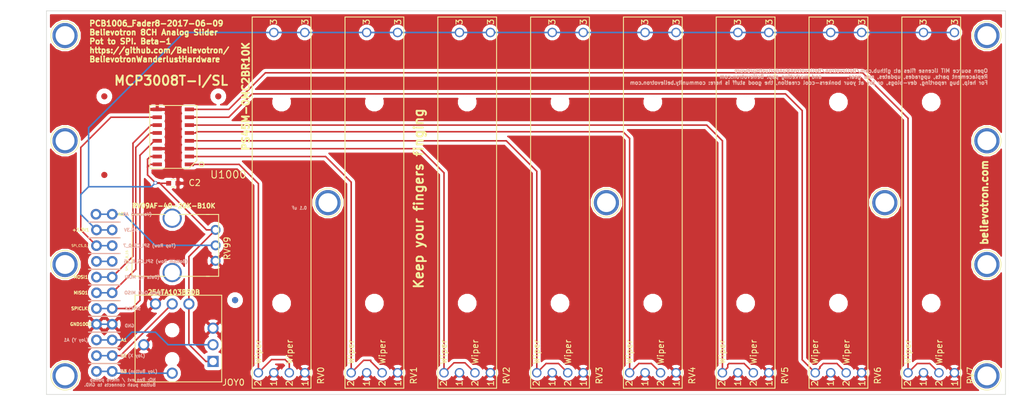
<source format=kicad_pcb>
(kicad_pcb (version 4) (host pcbnew 4.0.4-stable)

  (general
    (links 80)
    (no_connects 2)
    (area -0.050001 -62.050001 155.050001 0.050001)
    (thickness 1.6)
    (drawings 47)
    (tracks 148)
    (zones 0)
    (modules 43)
    (nets 20)
  )

  (page A4)
  (layers
    (0 F.Cu signal)
    (31 B.Cu signal)
    (32 B.Adhes user)
    (33 F.Adhes user)
    (34 B.Paste user)
    (35 F.Paste user)
    (36 B.SilkS user)
    (37 F.SilkS user)
    (38 B.Mask user)
    (39 F.Mask user)
    (40 Dwgs.User user hide)
    (41 Cmts.User user)
    (42 Eco1.User user)
    (43 Eco2.User user)
    (44 Edge.Cuts user)
    (45 Margin user)
    (46 B.CrtYd user)
    (47 F.CrtYd user hide)
    (48 B.Fab user)
    (49 F.Fab user)
  )

  (setup
    (last_trace_width 0.25)
    (trace_clearance 0.2)
    (zone_clearance 0.508)
    (zone_45_only no)
    (trace_min 0.2)
    (segment_width 0.2)
    (edge_width 0.1)
    (via_size 0.6)
    (via_drill 0.4)
    (via_min_size 0.4)
    (via_min_drill 0.3)
    (uvia_size 0.3)
    (uvia_drill 0.1)
    (uvias_allowed no)
    (uvia_min_size 0.2)
    (uvia_min_drill 0.1)
    (pcb_text_width 0.3)
    (pcb_text_size 1.5 1.5)
    (mod_edge_width 0.15)
    (mod_text_size 1 1)
    (mod_text_width 0.15)
    (pad_size 4.064 4.064)
    (pad_drill 4)
    (pad_to_mask_clearance 0)
    (aux_axis_origin 0 0)
    (grid_origin 3 -29.125)
    (visible_elements 7FFEFFFF)
    (pcbplotparams
      (layerselection 0x010fc_80000001)
      (usegerberextensions false)
      (excludeedgelayer true)
      (linewidth 0.100000)
      (plotframeref false)
      (viasonmask false)
      (mode 1)
      (useauxorigin false)
      (hpglpennumber 1)
      (hpglpenspeed 20)
      (hpglpendiameter 15)
      (hpglpenoverlay 2)
      (psnegative false)
      (psa4output false)
      (plotreference true)
      (plotvalue true)
      (plotinvisibletext false)
      (padsonsilk false)
      (subtractmaskfromsilk false)
      (outputformat 1)
      (mirror false)
      (drillshape 0)
      (scaleselection 1)
      (outputdirectory PCB1000_Gerbers_2017-03-31/))
  )

  (net 0 "")
  (net 1 GND)
  (net 2 +3V3)
  (net 3 /MISO)
  (net 4 /MOSI)
  (net 5 /P0)
  (net 6 /P1)
  (net 7 /P2)
  (net 8 /P3)
  (net 9 /P4)
  (net 10 /P5)
  (net 11 /P6)
  (net 12 /P7)
  (net 13 /SPICLK)
  (net 14 /CS_R0_7)
  (net 15 /CS_LED_8_15)
  (net 16 "Net-(A1-Pad1)")
  (net 17 "Net-(A2-Pad1)")
  (net 18 "Net-(A3-Pad1)")
  (net 19 /VOLUME)

  (net_class Default "This is the default net class."
    (clearance 0.2)
    (trace_width 0.25)
    (via_dia 0.6)
    (via_drill 0.4)
    (uvia_dia 0.3)
    (uvia_drill 0.1)
    (add_net +3V3)
    (add_net /CS_LED_8_15)
    (add_net /CS_R0_7)
    (add_net /MISO)
    (add_net /MOSI)
    (add_net /P0)
    (add_net /P1)
    (add_net /P2)
    (add_net /P3)
    (add_net /P4)
    (add_net /P5)
    (add_net /P6)
    (add_net /P7)
    (add_net /SPICLK)
    (add_net /VOLUME)
    (add_net GND)
    (add_net "Net-(A1-Pad1)")
    (add_net "Net-(A2-Pad1)")
    (add_net "Net-(A3-Pad1)")
  )

  (module Fiducials:Fiducial_1mm_Dia_2.54mm_Outer_CopperTop (layer F.Cu) (tedit 593B19A4) (tstamp 593B355A)
    (at 9.35 -35.475)
    (descr "Circular Fiducial, 1mm bare copper top; 2.54mm keepout")
    (tags marker)
    (attr virtual)
    (fp_text reference REF** (at 3.4 0.7) (layer F.SilkS) hide
      (effects (font (size 1 1) (thickness 0.15)))
    )
    (fp_text value Fiducial_1mm_Dia_2.54mm_Outer_CopperTop (at 0 -1.8) (layer F.Fab)
      (effects (font (size 1 1) (thickness 0.15)))
    )
    (fp_circle (center 0 0) (end 1.55 0) (layer F.CrtYd) (width 0.05))
    (pad ~ smd circle (at 0 0) (size 1 1) (layers F.Cu F.Mask)
      (solder_mask_margin 0.77) (clearance 0.77))
  )

  (module Fiducials:Fiducial_1mm_Dia_2.54mm_Outer_CopperTop (layer F.Cu) (tedit 593B19A1) (tstamp 593B3554)
    (at 27.765 -48.175)
    (descr "Circular Fiducial, 1mm bare copper top; 2.54mm keepout")
    (tags marker)
    (attr virtual)
    (fp_text reference REF** (at 3.4 0.7) (layer F.SilkS) hide
      (effects (font (size 1 1) (thickness 0.15)))
    )
    (fp_text value Fiducial_1mm_Dia_2.54mm_Outer_CopperTop (at 0 -1.8) (layer F.Fab)
      (effects (font (size 1 1) (thickness 0.15)))
    )
    (fp_circle (center 0 0) (end 1.55 0) (layer F.CrtYd) (width 0.05))
    (pad ~ smd circle (at 0 0) (size 1 1) (layers F.Cu F.Mask)
      (solder_mask_margin 0.77) (clearance 0.77))
  )

  (module Connect:1pin (layer F.Cu) (tedit 58896D6E) (tstamp 593B15CC)
    (at 152 -21)
    (descr "module 1 pin (ou trou mecanique de percage)")
    (tags DEV)
    (fp_text reference REF** (at 0 -3.048) (layer F.SilkS) hide
      (effects (font (size 1 1) (thickness 0.15)))
    )
    (fp_text value 1pin (at 0 3) (layer F.Fab)
      (effects (font (size 1 1) (thickness 0.15)))
    )
    (fp_circle (center 0 0) (end 2 0.8) (layer F.Fab) (width 0.1))
    (fp_circle (center 0 0) (end 2.6 0) (layer F.CrtYd) (width 0.05))
    (fp_circle (center 0 0) (end 0 -2.286) (layer F.SilkS) (width 0.12))
    (pad 1 thru_hole circle (at 0 0) (size 4.064 4.064) (drill 3.048) (layers *.Cu *.Mask))
  )

  (module Connect:1pin (layer F.Cu) (tedit 58896D6E) (tstamp 593B189E)
    (at 135.5 -31)
    (descr "module 1 pin (ou trou mecanique de percage)")
    (tags DEV)
    (fp_text reference REF** (at 0 -3.048) (layer F.SilkS) hide
      (effects (font (size 1 1) (thickness 0.15)))
    )
    (fp_text value 1pin (at 0 3) (layer F.Fab)
      (effects (font (size 1 1) (thickness 0.15)))
    )
    (fp_circle (center 0 0) (end 2 0.8) (layer F.Fab) (width 0.1))
    (fp_circle (center 0 0) (end 2.6 0) (layer F.CrtYd) (width 0.05))
    (fp_circle (center 0 0) (end 0 -2.286) (layer F.SilkS) (width 0.12))
    (pad 1 thru_hole circle (at 0 0) (size 4.064 4.064) (drill 3.048) (layers *.Cu *.Mask))
  )

  (module Connect:1pin (layer F.Cu) (tedit 58896D6E) (tstamp 593B1873)
    (at 45.5 -31)
    (descr "module 1 pin (ou trou mecanique de percage)")
    (tags DEV)
    (fp_text reference REF** (at 0 -3.048) (layer F.SilkS) hide
      (effects (font (size 1 1) (thickness 0.15)))
    )
    (fp_text value 1pin (at 0 3) (layer F.Fab)
      (effects (font (size 1 1) (thickness 0.15)))
    )
    (fp_circle (center 0 0) (end 2 0.8) (layer F.Fab) (width 0.1))
    (fp_circle (center 0 0) (end 2.6 0) (layer F.CrtYd) (width 0.05))
    (fp_circle (center 0 0) (end 0 -2.286) (layer F.SilkS) (width 0.12))
    (pad 1 thru_hole circle (at 0 0) (size 4.064 4.064) (drill 3.048) (layers *.Cu *.Mask))
  )

  (module Connect:1pin (layer F.Cu) (tedit 58896D6E) (tstamp 593B1853)
    (at 90.5 -31)
    (descr "module 1 pin (ou trou mecanique de percage)")
    (tags DEV)
    (fp_text reference REF** (at 0 -3.048) (layer F.SilkS) hide
      (effects (font (size 1 1) (thickness 0.15)))
    )
    (fp_text value 1pin (at 0 3) (layer F.Fab)
      (effects (font (size 1 1) (thickness 0.15)))
    )
    (fp_circle (center 0 0) (end 2 0.8) (layer F.Fab) (width 0.1))
    (fp_circle (center 0 0) (end 2.6 0) (layer F.CrtYd) (width 0.05))
    (fp_circle (center 0 0) (end 0 -2.286) (layer F.SilkS) (width 0.12))
    (pad 1 thru_hole circle (at 0 0) (size 4.064 4.064) (drill 3.048) (layers *.Cu *.Mask))
  )

  (module Connect:1pin (layer F.Cu) (tedit 58896D6E) (tstamp 593B15DC)
    (at 152 -41)
    (descr "module 1 pin (ou trou mecanique de percage)")
    (tags DEV)
    (fp_text reference REF** (at 0 -3.048) (layer F.SilkS) hide
      (effects (font (size 1 1) (thickness 0.15)))
    )
    (fp_text value 1pin (at 0 3) (layer F.Fab)
      (effects (font (size 1 1) (thickness 0.15)))
    )
    (fp_circle (center 0 0) (end 2 0.8) (layer F.Fab) (width 0.1))
    (fp_circle (center 0 0) (end 2.6 0) (layer F.CrtYd) (width 0.05))
    (fp_circle (center 0 0) (end 0 -2.286) (layer F.SilkS) (width 0.12))
    (pad 1 thru_hole circle (at 0 0) (size 4.064 4.064) (drill 3.048) (layers *.Cu *.Mask))
  )

  (module Connect:1pin (layer F.Cu) (tedit 58896E61) (tstamp 593B15BD)
    (at 3 -21)
    (descr "module 1 pin (ou trou mecanique de percage)")
    (tags DEV)
    (fp_text reference REF** (at 0 -3.048) (layer F.SilkS) hide
      (effects (font (size 1 1) (thickness 0.15)))
    )
    (fp_text value 1pin (at 0 3) (layer F.Fab)
      (effects (font (size 1 1) (thickness 0.15)))
    )
    (fp_circle (center 0 0) (end 2 0.8) (layer F.Fab) (width 0.1))
    (fp_circle (center 0 0) (end 2.6 0) (layer F.CrtYd) (width 0.05))
    (fp_circle (center 0 0) (end 0 -2.286) (layer F.SilkS) (width 0.12))
    (pad 1 thru_hole circle (at 0 0) (size 4.064 4.064) (drill 3.048) (layers *.Cu *.Mask))
  )

  (module Connect:1pin (layer F.Cu) (tedit 58896E61) (tstamp 593B15AE)
    (at 3 -41)
    (descr "module 1 pin (ou trou mecanique de percage)")
    (tags DEV)
    (fp_text reference REF** (at 0 -3.048) (layer F.SilkS) hide
      (effects (font (size 1 1) (thickness 0.15)))
    )
    (fp_text value 1pin (at 0 3) (layer F.Fab)
      (effects (font (size 1 1) (thickness 0.15)))
    )
    (fp_circle (center 0 0) (end 2 0.8) (layer F.Fab) (width 0.1))
    (fp_circle (center 0 0) (end 2.6 0) (layer F.CrtYd) (width 0.05))
    (fp_circle (center 0 0) (end 0 -2.286) (layer F.SilkS) (width 0.12))
    (pad 1 thru_hole circle (at 0 0) (size 4.064 4.064) (drill 3.048) (layers *.Cu *.Mask))
  )

  (module Liberry:single_0.1 (layer F.Cu) (tedit 58DE829B) (tstamp 58DE82A4)
    (at 8.08 -3.725)
    (descr "10 pins through hole IDC header")
    (tags "IDC header socket VASCH")
    (path /58337619)
    (fp_text reference A3 (at 1.905 0) (layer F.SilkS) hide
      (effects (font (size 0.5 0.5) (thickness 0.125)))
    )
    (fp_text value CONN_01X01 (at 0 2.54) (layer F.Fab)
      (effects (font (size 1 1) (thickness 0.15)))
    )
    (pad 1 thru_hole circle (at 0 0) (size 1.7272 1.7272) (drill 1.016) (layers *.Cu *.Mask)
      (net 18 "Net-(A3-Pad1)"))
  )

  (module Liberry:single_0.1 (layer F.Cu) (tedit 58DE829E) (tstamp 58DE829F)
    (at 8.08 -6.265)
    (descr "10 pins through hole IDC header")
    (tags "IDC header socket VASCH")
    (path /58337609)
    (fp_text reference A2 (at 1.905 0) (layer F.SilkS) hide
      (effects (font (size 0.5 0.5) (thickness 0.125)))
    )
    (fp_text value CONN_01X01 (at 0 2.54) (layer F.Fab)
      (effects (font (size 1 1) (thickness 0.15)))
    )
    (pad 1 thru_hole circle (at 0 0) (size 1.7272 1.7272) (drill 1.016) (layers *.Cu *.Mask)
      (net 17 "Net-(A2-Pad1)"))
  )

  (module Liberry:single_0.1 (layer F.Cu) (tedit 58DE82A1) (tstamp 58DE829A)
    (at 8.08 -8.805)
    (descr "10 pins through hole IDC header")
    (tags "IDC header socket VASCH")
    (path /5833717C)
    (fp_text reference A1 (at 1.905 0) (layer F.SilkS) hide
      (effects (font (size 0.5 0.5) (thickness 0.125)))
    )
    (fp_text value CONN_01X01 (at 0 2.54) (layer F.Fab)
      (effects (font (size 1 1) (thickness 0.15)))
    )
    (pad 1 thru_hole circle (at 0 0) (size 1.7272 1.7272) (drill 1.016) (layers *.Cu *.Mask)
      (net 16 "Net-(A1-Pad1)"))
  )

  (module Liberry:single_0.1 (layer F.Cu) (tedit 58DE8267) (tstamp 58DE825D)
    (at 8 -29.125)
    (descr "10 pins through hole IDC header")
    (tags "IDC header socket VASCH")
    (path /58336F43)
    (fp_text reference A0 (at 1.38 0) (layer F.SilkS) hide
      (effects (font (size 0.5 0.5) (thickness 0.125)))
    )
    (fp_text value CONN_01X01 (at 0 2.54) (layer F.Fab)
      (effects (font (size 1 1) (thickness 0.15)))
    )
    (pad 1 thru_hole circle (at 0 0) (size 1.7272 1.7272) (drill 1.016) (layers *.Cu *.Mask)
      (net 19 /VOLUME))
  )

  (module Liberry:RV09AF-40-20K-B10K (layer F.Cu) (tedit 582DFFE1) (tstamp 58810D39)
    (at 20.32 -24.094 90)
    (path /58810DA5)
    (fp_text reference RV99 (at -0.472 8.89 270) (layer F.SilkS)
      (effects (font (size 1 1) (thickness 0.15)))
    )
    (fp_text value POT (at 1 9.5052 90) (layer F.Fab)
      (effects (font (size 1 1) (thickness 0.15)))
    )
    (fp_line (start 7.5 -8.9948) (end -7.5 -8.9948) (layer F.CrtYd) (width 0.15))
    (fp_line (start 7.5 8.5052) (end 7.5 -8.9948) (layer F.CrtYd) (width 0.15))
    (fp_line (start -7.5 8.5052) (end 7.5 8.5052) (layer F.CrtYd) (width 0.15))
    (fp_line (start -7.5 -8.9948) (end -7.5 8.5052) (layer F.CrtYd) (width 0.15))
    (fp_line (start -5 7.5052) (end -5 5.5052) (layer F.SilkS) (width 0.15))
    (fp_line (start 5 7.5052) (end 5 5.5052) (layer F.SilkS) (width 0.15))
    (fp_line (start -5 6.0052) (end -5 -6.4948) (layer F.SilkS) (width 0.15))
    (fp_line (start 5 7.5052) (end -5 7.5052) (layer F.SilkS) (width 0.15))
    (fp_line (start 5 -6.4948) (end 5 6.0052) (layer F.SilkS) (width 0.15))
    (fp_line (start -5 -6.4948) (end 5 -6.4948) (layer F.SilkS) (width 0.15))
    (pad "" thru_hole circle (at -4.3942 0 90) (size 3.1 3.1) (drill 2.5) (layers *.Cu *.Mask))
    (pad "" thru_hole circle (at 4.3942 0 90) (size 3.1 3.1) (drill 2.5) (layers *.Cu *.Mask))
    (pad 3 thru_hole circle (at -2.5 7.0104 90) (size 1.6 1.6) (drill 1) (layers *.Cu *.Mask)
      (net 1 GND))
    (pad 2 thru_hole circle (at 0 7.0104 90) (size 1.6 1.6) (drill 1) (layers *.Cu *.Mask)
      (net 19 /VOLUME))
    (pad 1 thru_hole circle (at 2.5 7.0104 90) (size 1.6 1.6) (drill 1) (layers *.Cu *.Mask)
      (net 2 +3V3))
  )

  (module Fiducials:Fiducial_1mm_Dia_2.54mm_Outer_CopperBottom (layer F.Cu) (tedit 58896CF4) (tstamp 58899043)
    (at 30.48 -15.24)
    (descr "Circular Fiducial, 1mm bare copper bottom; 2.54mm keepout")
    (tags marker)
    (attr virtual)
    (fp_text reference REF** (at 3.4 0.7) (layer F.SilkS) hide
      (effects (font (size 1 1) (thickness 0.15)))
    )
    (fp_text value Fiducial_1mm_Dia_2.54mm_Outer_CopperBottom (at 0 -1.8) (layer F.Fab)
      (effects (font (size 1 1) (thickness 0.15)))
    )
    (fp_circle (center 0 0) (end 1.55 0) (layer B.CrtYd) (width 0.05))
    (pad ~ smd circle (at 0 0) (size 1 1) (layers B.Cu B.Mask)
      (solder_mask_margin 0.77) (clearance 0.77))
  )

  (module Fiducials:Fiducial_1mm_Dia_2.54mm_Outer_CopperTop (layer F.Cu) (tedit 58896B7C) (tstamp 58899026)
    (at 30.48 -15.24)
    (descr "Circular Fiducial, 1mm bare copper top; 2.54mm keepout")
    (tags marker)
    (attr virtual)
    (fp_text reference REF** (at 3.4 0.7) (layer F.SilkS) hide
      (effects (font (size 1 1) (thickness 0.15)))
    )
    (fp_text value Fiducial_1mm_Dia_2.54mm_Outer_CopperTop (at 0 -1.8) (layer F.Fab)
      (effects (font (size 1 1) (thickness 0.15)))
    )
    (fp_circle (center 0 0) (end 1.55 0) (layer F.CrtYd) (width 0.05))
    (pad ~ smd circle (at 0 0) (size 1 1) (layers F.Cu F.Mask)
      (solder_mask_margin 0.77) (clearance 0.77))
  )

  (module Liberry:TH_0.1_1x2_Jumper (layer F.Cu) (tedit 58896CD6) (tstamp 586AD805)
    (at 8.08 -21.505)
    (descr "10 pins through hole IDC header")
    (tags "IDC header socket VASCH")
    (path /582F4190)
    (fp_text reference SPI_CS_8_15 (at 4.92 -0.12 90) (layer F.SilkS)
      (effects (font (size 0.35 0.35) (thickness 0.0625)))
    )
    (fp_text value CONN_01X01 (at 0 2.54) (layer F.Fab)
      (effects (font (size 1 1) (thickness 0.15)))
    )
    (fp_line (start -1.27 1.27) (end 3.81 1.27) (layer F.SilkS) (width 0.15))
    (fp_line (start -1.27 -1.27) (end 3.81 -1.27) (layer F.SilkS) (width 0.15))
    (pad 1 thru_hole circle (at 0 0) (size 1.7272 1.7272) (drill 1.016) (layers *.Cu *.Mask)
      (net 15 /CS_LED_8_15))
    (pad 1 thru_hole circle (at 2.54 0) (size 1.7272 1.7272) (drill 1.016) (layers *.Cu *.Mask)
      (net 15 /CS_LED_8_15))
  )

  (module Liberry:TH_0.1_1x2_Jumper (layer F.Cu) (tedit 58DE86CB) (tstamp 586AD7FD)
    (at 8.08 -24.045)
    (descr "10 pins through hole IDC header")
    (tags "IDC header socket VASCH")
    (path /582E534D)
    (fp_text reference SPI_CS_0_7 (at -2.54 0) (layer F.SilkS)
      (effects (font (size 0.38 0.35) (thickness 0.0625)))
    )
    (fp_text value CONN_01X01 (at 0 2.54) (layer F.Fab)
      (effects (font (size 1 1) (thickness 0.15)))
    )
    (fp_line (start -1.27 1.27) (end 3.81 1.27) (layer F.SilkS) (width 0.15))
    (fp_line (start -1.27 -1.27) (end 3.81 -1.27) (layer F.SilkS) (width 0.15))
    (pad 1 thru_hole circle (at 0 0) (size 1.7272 1.7272) (drill 1.016) (layers *.Cu *.Mask)
      (net 14 /CS_R0_7))
    (pad 1 thru_hole circle (at 2.54 0) (size 1.7272 1.7272) (drill 1.016) (layers *.Cu *.Mask)
      (net 14 /CS_R0_7))
  )

  (module Liberry:TH_0.1_1x2_Jumper (layer F.Cu) (tedit 58684C64) (tstamp 586AD7F5)
    (at 8.08 -13.885)
    (descr "10 pins through hole IDC header")
    (tags "IDC header socket VASCH")
    (path /582E523F)
    (fp_text reference SPICLK1 (at -2.54 0) (layer F.SilkS)
      (effects (font (size 0.5 0.5) (thickness 0.125)))
    )
    (fp_text value CONN_01X01 (at 0 2.54) (layer F.Fab)
      (effects (font (size 1 1) (thickness 0.15)))
    )
    (fp_line (start -1.27 1.27) (end 3.81 1.27) (layer F.SilkS) (width 0.15))
    (fp_line (start -1.27 -1.27) (end 3.81 -1.27) (layer F.SilkS) (width 0.15))
    (pad 1 thru_hole circle (at 0 0) (size 1.7272 1.7272) (drill 1.016) (layers *.Cu *.Mask)
      (net 13 /SPICLK))
    (pad 1 thru_hole circle (at 2.54 0) (size 1.7272 1.7272) (drill 1.016) (layers *.Cu *.Mask)
      (net 13 /SPICLK))
  )

  (module Liberry:TH_0.1_1x2_Jumper (layer F.Cu) (tedit 58684C64) (tstamp 586AD7ED)
    (at 8.08 -18.965)
    (descr "10 pins through hole IDC header")
    (tags "IDC header socket VASCH")
    (path /582E505A)
    (fp_text reference MOSI1 (at -2.54 0) (layer F.SilkS)
      (effects (font (size 0.5 0.5) (thickness 0.125)))
    )
    (fp_text value CONN_01X01 (at 0 2.54) (layer F.Fab)
      (effects (font (size 1 1) (thickness 0.15)))
    )
    (fp_line (start -1.27 1.27) (end 3.81 1.27) (layer F.SilkS) (width 0.15))
    (fp_line (start -1.27 -1.27) (end 3.81 -1.27) (layer F.SilkS) (width 0.15))
    (pad 1 thru_hole circle (at 0 0) (size 1.7272 1.7272) (drill 1.016) (layers *.Cu *.Mask)
      (net 4 /MOSI))
    (pad 1 thru_hole circle (at 2.54 0) (size 1.7272 1.7272) (drill 1.016) (layers *.Cu *.Mask)
      (net 4 /MOSI))
  )

  (module Liberry:TH_0.1_1x2_Jumper (layer F.Cu) (tedit 58684C64) (tstamp 586AD7E5)
    (at 8.08 -16.425)
    (descr "10 pins through hole IDC header")
    (tags "IDC header socket VASCH")
    (path /582E561D)
    (fp_text reference MISO1 (at -2.54 0) (layer F.SilkS)
      (effects (font (size 0.5 0.5) (thickness 0.125)))
    )
    (fp_text value CONN_01X01 (at 0 2.54) (layer F.Fab)
      (effects (font (size 1 1) (thickness 0.15)))
    )
    (fp_line (start -1.27 1.27) (end 3.81 1.27) (layer F.SilkS) (width 0.15))
    (fp_line (start -1.27 -1.27) (end 3.81 -1.27) (layer F.SilkS) (width 0.15))
    (pad 1 thru_hole circle (at 0 0) (size 1.7272 1.7272) (drill 1.016) (layers *.Cu *.Mask)
      (net 3 /MISO))
    (pad 1 thru_hole circle (at 2.54 0) (size 1.7272 1.7272) (drill 1.016) (layers *.Cu *.Mask)
      (net 3 /MISO))
  )

  (module Liberry:TH_0.1_1x2_Jumper (layer F.Cu) (tedit 58684C64) (tstamp 586AD7DD)
    (at 8.08 -11.345)
    (descr "10 pins through hole IDC header")
    (tags "IDC header socket VASCH")
    (path /582EB90D)
    (fp_text reference GND1000 (at -2.54 0) (layer F.SilkS)
      (effects (font (size 0.5 0.5) (thickness 0.125)))
    )
    (fp_text value CONN_01X01 (at 0 2.54) (layer F.Fab)
      (effects (font (size 1 1) (thickness 0.15)))
    )
    (fp_line (start -1.27 1.27) (end 3.81 1.27) (layer F.SilkS) (width 0.15))
    (fp_line (start -1.27 -1.27) (end 3.81 -1.27) (layer F.SilkS) (width 0.15))
    (pad 1 thru_hole circle (at 0 0) (size 1.7272 1.7272) (drill 1.016) (layers *.Cu *.Mask)
      (net 1 GND))
    (pad 1 thru_hole circle (at 2.54 0) (size 1.7272 1.7272) (drill 1.016) (layers *.Cu *.Mask)
      (net 1 GND))
  )

  (module Liberry:TH_0.1_1x2_Jumper (layer F.Cu) (tedit 58684C64) (tstamp 586AD7AD)
    (at 8.08 -26.585)
    (descr "10 pins through hole IDC header")
    (tags "IDC header socket VASCH")
    (path /582EB30E)
    (fp_text reference +3.3V1 (at -2.54 0) (layer F.SilkS)
      (effects (font (size 0.5 0.5) (thickness 0.125)))
    )
    (fp_text value CONN_01X01 (at 0 2.54) (layer F.Fab)
      (effects (font (size 1 1) (thickness 0.15)))
    )
    (fp_line (start -1.27 1.27) (end 3.81 1.27) (layer F.SilkS) (width 0.15))
    (fp_line (start -1.27 -1.27) (end 3.81 -1.27) (layer F.SilkS) (width 0.15))
    (pad 1 thru_hole circle (at 0 0) (size 1.7272 1.7272) (drill 1.016) (layers *.Cu *.Mask)
      (net 2 +3V3))
    (pad 1 thru_hole circle (at 2.54 0) (size 1.7272 1.7272) (drill 1.016) (layers *.Cu *.Mask)
      (net 2 +3V3))
  )

  (module Connect:1pin (layer F.Cu) (tedit 58896D66) (tstamp 582F53C3)
    (at 152 -58)
    (descr "module 1 pin (ou trou mecanique de percage)")
    (tags DEV)
    (fp_text reference REF** (at 0 -3.048) (layer F.SilkS) hide
      (effects (font (size 1 1) (thickness 0.15)))
    )
    (fp_text value 1pin (at 0 3) (layer F.Fab)
      (effects (font (size 1 1) (thickness 0.15)))
    )
    (fp_circle (center 0 0) (end 2 0.8) (layer F.Fab) (width 0.1))
    (fp_circle (center 0 0) (end 2.6 0) (layer F.CrtYd) (width 0.05))
    (fp_circle (center 0 0) (end 0 -2.286) (layer F.SilkS) (width 0.12))
    (pad 1 thru_hole circle (at 0 0) (size 4.064 4.064) (drill 3.048) (layers *.Cu *.Mask))
  )

  (module Capacitors_SMD:C_0603 (layer F.Cu) (tedit 5415D631) (tstamp 582F4297)
    (at 20.5 -34.125)
    (descr "Capacitor SMD 0603, reflow soldering, AVX (see smccp.pdf)")
    (tags "capacitor 0603")
    (path /582F4165)
    (attr smd)
    (fp_text reference C2 (at 3.455 -0.08) (layer F.SilkS)
      (effects (font (size 1 1) (thickness 0.15)))
    )
    (fp_text value 0.1u (at 0 1.9) (layer F.Fab)
      (effects (font (size 1 1) (thickness 0.15)))
    )
    (fp_line (start -0.8 0.4) (end -0.8 -0.4) (layer F.Fab) (width 0.1))
    (fp_line (start 0.8 0.4) (end -0.8 0.4) (layer F.Fab) (width 0.1))
    (fp_line (start 0.8 -0.4) (end 0.8 0.4) (layer F.Fab) (width 0.1))
    (fp_line (start -0.8 -0.4) (end 0.8 -0.4) (layer F.Fab) (width 0.1))
    (fp_line (start -1.45 -0.75) (end 1.45 -0.75) (layer F.CrtYd) (width 0.05))
    (fp_line (start -1.45 0.75) (end 1.45 0.75) (layer F.CrtYd) (width 0.05))
    (fp_line (start -1.45 -0.75) (end -1.45 0.75) (layer F.CrtYd) (width 0.05))
    (fp_line (start 1.45 -0.75) (end 1.45 0.75) (layer F.CrtYd) (width 0.05))
    (fp_line (start -0.35 -0.6) (end 0.35 -0.6) (layer F.SilkS) (width 0.12))
    (fp_line (start 0.35 0.6) (end -0.35 0.6) (layer F.SilkS) (width 0.12))
    (pad 1 smd rect (at -0.75 0) (size 0.8 0.75) (layers F.Cu F.Paste F.Mask)
      (net 2 +3V3))
    (pad 2 smd rect (at 0.75 0) (size 0.8 0.75) (layers F.Cu F.Paste F.Mask)
      (net 1 GND))
    (model Capacitors_SMD.3dshapes/C_0603.wrl
      (at (xyz 0 0 0))
      (scale (xyz 1 1 1))
      (rotate (xyz 0 0 0))
    )
  )

  (module Connect:1pin (layer F.Cu) (tedit 58896D6E) (tstamp 582F5458)
    (at 152 -3)
    (descr "module 1 pin (ou trou mecanique de percage)")
    (tags DEV)
    (fp_text reference REF** (at 0 -3.048) (layer F.SilkS) hide
      (effects (font (size 1 1) (thickness 0.15)))
    )
    (fp_text value 1pin (at 0 3) (layer F.Fab)
      (effects (font (size 1 1) (thickness 0.15)))
    )
    (fp_circle (center 0 0) (end 2 0.8) (layer F.Fab) (width 0.1))
    (fp_circle (center 0 0) (end 2.6 0) (layer F.CrtYd) (width 0.05))
    (fp_circle (center 0 0) (end 0 -2.286) (layer F.SilkS) (width 0.12))
    (pad 1 thru_hole circle (at 0 0) (size 4.064 4.064) (drill 3.048) (layers *.Cu *.Mask))
  )

  (module Connect:1pin (layer F.Cu) (tedit 58896CB2) (tstamp 582F5472)
    (at 3 -3)
    (descr "module 1 pin (ou trou mecanique de percage)")
    (tags DEV)
    (fp_text reference REF** (at 0 -3.048) (layer F.SilkS) hide
      (effects (font (size 1 1) (thickness 0.15)))
    )
    (fp_text value 1pin (at 0 3) (layer F.Fab)
      (effects (font (size 1 1) (thickness 0.15)))
    )
    (fp_circle (center 0 0) (end 2 0.8) (layer F.Fab) (width 0.1))
    (fp_circle (center 0 0) (end 2.6 0) (layer F.CrtYd) (width 0.05))
    (fp_circle (center 0 0) (end 0 -2.286) (layer F.SilkS) (width 0.12))
    (pad 1 thru_hole circle (at 0 0) (size 4.064 4.064) (drill 3.048) (layers *.Cu *.Mask))
  )

  (module Connect:1pin (layer F.Cu) (tedit 58896E61) (tstamp 582F547F)
    (at 3 -58)
    (descr "module 1 pin (ou trou mecanique de percage)")
    (tags DEV)
    (fp_text reference REF** (at 0 -3.048) (layer F.SilkS) hide
      (effects (font (size 1 1) (thickness 0.15)))
    )
    (fp_text value 1pin (at 0 3) (layer F.Fab)
      (effects (font (size 1 1) (thickness 0.15)))
    )
    (fp_circle (center 0 0) (end 2 0.8) (layer F.Fab) (width 0.1))
    (fp_circle (center 0 0) (end 2.6 0) (layer F.CrtYd) (width 0.05))
    (fp_circle (center 0 0) (end 0 -2.286) (layer F.SilkS) (width 0.12))
    (pad 1 thru_hole circle (at 0 0) (size 4.064 4.064) (drill 3.048) (layers *.Cu *.Mask))
  )

  (module Liberry:SOIC-16 (layer F.Cu) (tedit 582E0477) (tstamp 582E11C5)
    (at 20.5 -41.625 90)
    (path /582E69F5)
    (fp_text reference U1000 (at -6.096 8.89 180) (layer F.SilkS)
      (effects (font (size 1.2 1.2) (thickness 0.15)))
    )
    (fp_text value MCP3008T-I/SL (at 0 0 90) (layer F.Fab)
      (effects (font (size 1.2 1.2) (thickness 0.15)))
    )
    (fp_circle (center -4.445 4.572) (end -4.191 4.318) (layer F.SilkS) (width 0.15))
    (fp_line (start 5.08 3.81) (end 5.08 -3.81) (layer F.SilkS) (width 0.15))
    (fp_line (start -3.81 3.81) (end 5.08 3.81) (layer F.SilkS) (width 0.15))
    (fp_line (start -5.08 2.54) (end -3.81 3.81) (layer F.SilkS) (width 0.15))
    (fp_line (start -5.08 -3.81) (end -5.08 2.54) (layer F.SilkS) (width 0.15))
    (fp_line (start 5.08 -3.81) (end -5.08 -3.81) (layer F.SilkS) (width 0.15))
    (pad 16 smd rect (at -4.445 -2.6 90) (size 0.6 1.5) (layers F.Cu F.Paste F.Mask)
      (net 2 +3V3))
    (pad 1 smd rect (at -4.445 2.6 90) (size 0.6 1.5) (layers F.Cu F.Paste F.Mask)
      (net 5 /P0))
    (pad 15 smd rect (at -3.175 -2.6 90) (size 0.6 1.5) (layers F.Cu F.Paste F.Mask)
      (net 2 +3V3))
    (pad 2 smd rect (at -3.175 2.6 90) (size 0.6 1.5) (layers F.Cu F.Paste F.Mask)
      (net 6 /P1))
    (pad 14 smd rect (at -1.905 -2.6 90) (size 0.6 1.5) (layers F.Cu F.Paste F.Mask)
      (net 1 GND))
    (pad 3 smd rect (at -1.905 2.6 90) (size 0.6 1.5) (layers F.Cu F.Paste F.Mask)
      (net 7 /P2))
    (pad 13 smd rect (at -0.635 -2.6 90) (size 0.6 1.5) (layers F.Cu F.Paste F.Mask)
      (net 13 /SPICLK))
    (pad 4 smd rect (at -0.635 2.6 90) (size 0.6 1.5) (layers F.Cu F.Paste F.Mask)
      (net 8 /P3))
    (pad 12 smd rect (at 0.635 -2.6 90) (size 0.6 1.5) (layers F.Cu F.Paste F.Mask)
      (net 3 /MISO))
    (pad 5 smd rect (at 0.635 2.6 90) (size 0.6 1.5) (layers F.Cu F.Paste F.Mask)
      (net 9 /P4))
    (pad 11 smd rect (at 1.905 -2.6 90) (size 0.6 1.5) (layers F.Cu F.Paste F.Mask)
      (net 4 /MOSI))
    (pad 6 smd rect (at 1.905 2.6 90) (size 0.6 1.5) (layers F.Cu F.Paste F.Mask)
      (net 10 /P5))
    (pad 10 smd rect (at 3.175 -2.6 90) (size 0.6 1.5) (layers F.Cu F.Paste F.Mask)
      (net 14 /CS_R0_7))
    (pad 7 smd rect (at 3.175 2.6 90) (size 0.6 1.5) (layers F.Cu F.Paste F.Mask)
      (net 11 /P6))
    (pad 9 smd rect (at 4.445 -2.6 90) (size 0.6 1.5) (layers F.Cu F.Paste F.Mask)
      (net 1 GND))
    (pad 8 smd rect (at 4.445 2.6 90) (size 0.6 1.5) (layers F.Cu F.Paste F.Mask)
      (net 12 /P7))
  )

  (module Liberry:XY_JOY_254TA103B50B (layer F.Cu) (tedit 5880E865) (tstamp 58810D26)
    (at 20.32 -8.0314 180)
    (path /5880F7E5)
    (fp_text reference JOY0 (at -9.906 -6.096 180) (layer F.SilkS)
      (effects (font (size 1 1) (thickness 0.15)))
    )
    (fp_text value XYJOY (at 0 9 180) (layer F.Fab)
      (effects (font (size 1 1) (thickness 0.15)))
    )
    (fp_line (start 6 8) (end -8 8) (layer F.SilkS) (width 0.15))
    (fp_line (start 6 -6) (end 6 8) (layer F.SilkS) (width 0.15))
    (fp_line (start -8 -6) (end 6 -6) (layer F.SilkS) (width 0.15))
    (fp_line (start -8 8) (end -8 -6) (layer F.SilkS) (width 0.15))
    (pad R1.1 thru_hole rect (at -6.6 -2.7 180) (size 1.8 1.8) (drill 1.2) (layers *.Cu *.Mask)
      (net 2 +3V3))
    (pad R1.2 thru_hole circle (at -6.6 0 180) (size 1.8 1.8) (drill 1.2) (layers *.Cu *.Mask)
      (net 16 "Net-(A1-Pad1)"))
    (pad R1.3 thru_hole circle (at -6.6 2.675 180) (size 1.8 1.8) (drill 1.2) (layers *.Cu *.Mask)
      (net 1 GND))
    (pad R2.1 thru_hole circle (at -2.7 6.6 180) (size 1.8 1.8) (drill 1.2) (layers *.Cu *.Mask)
      (net 2 +3V3))
    (pad R2.2 thru_hole circle (at 0 6.6 180) (size 1.8 1.8) (drill 1.2) (layers *.Cu *.Mask)
      (net 17 "Net-(A2-Pad1)"))
    (pad R2.3 thru_hole circle (at 2.7 6.6 180) (size 1.8 1.8) (drill 1.2) (layers *.Cu *.Mask)
      (net 1 GND))
    (pad S1.1 thru_hole circle (at 4.6 0 180) (size 1.8 1.8) (drill 1.2) (layers *.Cu *.Mask)
      (net 1 GND))
    (pad S1.2 thru_hole circle (at 0 -4.6 180) (size 1.8 1.8) (drill 1.2) (layers *.Cu *.Mask)
      (net 18 "Net-(A3-Pad1)"))
    (pad "" np_thru_hole circle (at 0 2.35 180) (size 1.3 1.3) (drill 1.3) (layers *.Cu *.Mask))
    (pad "" np_thru_hole circle (at 0 -2.35 180) (size 1.3 1.3) (drill 1.3) (layers *.Cu *.Mask))
  )

  (module Liberry:single_0.1 (layer F.Cu) (tedit 5829F5BC) (tstamp 58896A16)
    (at 10.62 -29.125)
    (descr "10 pins through hole IDC header")
    (tags "IDC header socket VASCH")
    (path /58336F43)
    (fp_text reference A0 (at 1.38 0) (layer F.SilkS)
      (effects (font (size 0.5 0.5) (thickness 0.125)))
    )
    (fp_text value CONN_01X01 (at 0 2.54) (layer F.Fab)
      (effects (font (size 1 1) (thickness 0.15)))
    )
    (pad 1 thru_hole circle (at 0 0) (size 1.7272 1.7272) (drill 1.016) (layers *.Cu *.Mask)
      (net 19 /VOLUME))
  )

  (module Liberry:single_0.1 (layer F.Cu) (tedit 5829F5BC) (tstamp 58896A1B)
    (at 10.62 -8.805)
    (descr "10 pins through hole IDC header")
    (tags "IDC header socket VASCH")
    (path /5833717C)
    (fp_text reference A1 (at 1.905 0) (layer F.SilkS)
      (effects (font (size 0.5 0.5) (thickness 0.125)))
    )
    (fp_text value CONN_01X01 (at 0 2.54) (layer F.Fab)
      (effects (font (size 1 1) (thickness 0.15)))
    )
    (pad 1 thru_hole circle (at 0 0) (size 1.7272 1.7272) (drill 1.016) (layers *.Cu *.Mask)
      (net 16 "Net-(A1-Pad1)"))
  )

  (module Liberry:single_0.1 (layer F.Cu) (tedit 5829F5BC) (tstamp 58896A20)
    (at 10.62 -6.265)
    (descr "10 pins through hole IDC header")
    (tags "IDC header socket VASCH")
    (path /58337609)
    (fp_text reference A2 (at 1.905 0) (layer F.SilkS)
      (effects (font (size 0.5 0.5) (thickness 0.125)))
    )
    (fp_text value CONN_01X01 (at 0 2.54) (layer F.Fab)
      (effects (font (size 1 1) (thickness 0.15)))
    )
    (pad 1 thru_hole circle (at 0 0) (size 1.7272 1.7272) (drill 1.016) (layers *.Cu *.Mask)
      (net 17 "Net-(A2-Pad1)"))
  )

  (module Liberry:single_0.1 (layer F.Cu) (tedit 5829F5BC) (tstamp 58896A25)
    (at 10.62 -3.725)
    (descr "10 pins through hole IDC header")
    (tags "IDC header socket VASCH")
    (path /58337619)
    (fp_text reference A3 (at 1.905 0) (layer F.SilkS)
      (effects (font (size 0.5 0.5) (thickness 0.125)))
    )
    (fp_text value CONN_01X01 (at 0 2.54) (layer F.Fab)
      (effects (font (size 1 1) (thickness 0.15)))
    )
    (pad 1 thru_hole circle (at 0 0) (size 1.7272 1.7272) (drill 1.016) (layers *.Cu *.Mask)
      (net 18 "Net-(A3-Pad1)"))
  )

  (module Liberry:LINEAR_POT_TT_ELECTRONICS_PS45M (layer F.Cu) (tedit 593B0C5E) (tstamp 593B120B)
    (at 38 -31 90)
    (path /582E5E9A)
    (fp_text reference RV0 (at -27.94 6.35 90) (layer F.SilkS)
      (effects (font (size 1 1) (thickness 0.15)))
    )
    (fp_text value POT (at 0.254 6.35 90) (layer F.Fab)
      (effects (font (size 1 1) (thickness 0.15)))
    )
    (fp_text user Wiper (at -24.13 1.27 90) (layer F.SilkS)
      (effects (font (size 1 1) (thickness 0.15)))
    )
    (fp_text user Wiper (at -24.13 -3.81 90) (layer F.SilkS)
      (effects (font (size 1 1) (thickness 0.15)))
    )
    (fp_text user 3 (at 29.21 -1.27 90) (layer F.SilkS)
      (effects (font (size 1 1) (thickness 0.15)))
    )
    (fp_text user 3 (at 29.21 3.81 90) (layer F.SilkS)
      (effects (font (size 1 1) (thickness 0.15)))
    )
    (fp_text user 2 (at -29.21 -3.81 90) (layer F.SilkS)
      (effects (font (size 1 1) (thickness 0.15)))
    )
    (fp_text user 1 (at -29.21 -1.27 90) (layer F.SilkS)
      (effects (font (size 1 1) (thickness 0.15)))
    )
    (fp_text user 2 (at -29.21 1.27 90) (layer F.SilkS)
      (effects (font (size 1 1) (thickness 0.15)))
    )
    (fp_text user 1 (at -29.21 3.81 90) (layer F.SilkS)
      (effects (font (size 1 1) (thickness 0.15)))
    )
    (fp_line (start 30 -4.75) (end 30 4.75) (layer F.SilkS) (width 0.15))
    (fp_line (start -30 4.75) (end -30 -4.75) (layer F.SilkS) (width 0.15))
    (fp_line (start -30 4.75) (end 30 4.75) (layer F.SilkS) (width 0.15))
    (fp_line (start -30 -4.75) (end 30 -4.75) (layer F.SilkS) (width 0.15))
    (pad 2 thru_hole circle (at -27.5 -3.75 90) (size 1.524 1.524) (drill 1.1) (layers *.Cu *.Mask)
      (net 5 /P0))
    (pad 2 thru_hole circle (at -27.5 1.25 90) (size 1.524 1.524) (drill 1.1) (layers *.Cu *.Mask)
      (net 5 /P0))
    (pad 1 thru_hole circle (at -27.5 -1.25 90) (size 1.524 1.524) (drill 1.1) (layers *.Cu *.Mask)
      (net 1 GND))
    (pad 1 thru_hole circle (at -27.5 3.75 90) (size 1.524 1.524) (drill 1.1) (layers *.Cu *.Mask)
      (net 1 GND))
    (pad 3 thru_hole circle (at 27.5 -1.25 90) (size 1.524 1.524) (drill 1.1) (layers *.Cu *.Mask)
      (net 2 +3V3))
    (pad 3 thru_hole circle (at 27.5 3.75 90) (size 1.524 1.524) (drill 1.1) (layers *.Cu *.Mask)
      (net 2 +3V3))
    (pad "" np_thru_hole circle (at -16.25 0 90) (size 2 2) (drill 2) (layers *.Cu *.Mask))
    (pad "" np_thru_hole circle (at 16.25 0 90) (size 2 2) (drill 2) (layers *.Cu *.Mask))
  )

  (module Liberry:LINEAR_POT_TT_ELECTRONICS_PS45M (layer F.Cu) (tedit 593B0C5E) (tstamp 593B1223)
    (at 53 -31 90)
    (path /582E62D2)
    (fp_text reference RV1 (at -27.94 6.35 90) (layer F.SilkS)
      (effects (font (size 1 1) (thickness 0.15)))
    )
    (fp_text value POT (at 0.254 6.35 90) (layer F.Fab)
      (effects (font (size 1 1) (thickness 0.15)))
    )
    (fp_text user Wiper (at -24.13 1.27 90) (layer F.SilkS)
      (effects (font (size 1 1) (thickness 0.15)))
    )
    (fp_text user Wiper (at -24.13 -3.81 90) (layer F.SilkS)
      (effects (font (size 1 1) (thickness 0.15)))
    )
    (fp_text user 3 (at 29.21 -1.27 90) (layer F.SilkS)
      (effects (font (size 1 1) (thickness 0.15)))
    )
    (fp_text user 3 (at 29.21 3.81 90) (layer F.SilkS)
      (effects (font (size 1 1) (thickness 0.15)))
    )
    (fp_text user 2 (at -29.21 -3.81 90) (layer F.SilkS)
      (effects (font (size 1 1) (thickness 0.15)))
    )
    (fp_text user 1 (at -29.21 -1.27 90) (layer F.SilkS)
      (effects (font (size 1 1) (thickness 0.15)))
    )
    (fp_text user 2 (at -29.21 1.27 90) (layer F.SilkS)
      (effects (font (size 1 1) (thickness 0.15)))
    )
    (fp_text user 1 (at -29.21 3.81 90) (layer F.SilkS)
      (effects (font (size 1 1) (thickness 0.15)))
    )
    (fp_line (start 30 -4.75) (end 30 4.75) (layer F.SilkS) (width 0.15))
    (fp_line (start -30 4.75) (end -30 -4.75) (layer F.SilkS) (width 0.15))
    (fp_line (start -30 4.75) (end 30 4.75) (layer F.SilkS) (width 0.15))
    (fp_line (start -30 -4.75) (end 30 -4.75) (layer F.SilkS) (width 0.15))
    (pad 2 thru_hole circle (at -27.5 -3.75 90) (size 1.524 1.524) (drill 1.1) (layers *.Cu *.Mask)
      (net 6 /P1))
    (pad 2 thru_hole circle (at -27.5 1.25 90) (size 1.524 1.524) (drill 1.1) (layers *.Cu *.Mask)
      (net 6 /P1))
    (pad 1 thru_hole circle (at -27.5 -1.25 90) (size 1.524 1.524) (drill 1.1) (layers *.Cu *.Mask)
      (net 1 GND))
    (pad 1 thru_hole circle (at -27.5 3.75 90) (size 1.524 1.524) (drill 1.1) (layers *.Cu *.Mask)
      (net 1 GND))
    (pad 3 thru_hole circle (at 27.5 -1.25 90) (size 1.524 1.524) (drill 1.1) (layers *.Cu *.Mask)
      (net 2 +3V3))
    (pad 3 thru_hole circle (at 27.5 3.75 90) (size 1.524 1.524) (drill 1.1) (layers *.Cu *.Mask)
      (net 2 +3V3))
    (pad "" np_thru_hole circle (at -16.25 0 90) (size 2 2) (drill 2) (layers *.Cu *.Mask))
    (pad "" np_thru_hole circle (at 16.25 0 90) (size 2 2) (drill 2) (layers *.Cu *.Mask))
  )

  (module Liberry:LINEAR_POT_TT_ELECTRONICS_PS45M (layer F.Cu) (tedit 593B0C5E) (tstamp 593B123B)
    (at 68 -31 90)
    (path /582E6327)
    (fp_text reference RV2 (at -27.94 6.35 90) (layer F.SilkS)
      (effects (font (size 1 1) (thickness 0.15)))
    )
    (fp_text value POT (at 0.254 6.35 90) (layer F.Fab)
      (effects (font (size 1 1) (thickness 0.15)))
    )
    (fp_text user Wiper (at -24.13 1.27 90) (layer F.SilkS)
      (effects (font (size 1 1) (thickness 0.15)))
    )
    (fp_text user Wiper (at -24.13 -3.81 90) (layer F.SilkS)
      (effects (font (size 1 1) (thickness 0.15)))
    )
    (fp_text user 3 (at 29.21 -1.27 90) (layer F.SilkS)
      (effects (font (size 1 1) (thickness 0.15)))
    )
    (fp_text user 3 (at 29.21 3.81 90) (layer F.SilkS)
      (effects (font (size 1 1) (thickness 0.15)))
    )
    (fp_text user 2 (at -29.21 -3.81 90) (layer F.SilkS)
      (effects (font (size 1 1) (thickness 0.15)))
    )
    (fp_text user 1 (at -29.21 -1.27 90) (layer F.SilkS)
      (effects (font (size 1 1) (thickness 0.15)))
    )
    (fp_text user 2 (at -29.21 1.27 90) (layer F.SilkS)
      (effects (font (size 1 1) (thickness 0.15)))
    )
    (fp_text user 1 (at -29.21 3.81 90) (layer F.SilkS)
      (effects (font (size 1 1) (thickness 0.15)))
    )
    (fp_line (start 30 -4.75) (end 30 4.75) (layer F.SilkS) (width 0.15))
    (fp_line (start -30 4.75) (end -30 -4.75) (layer F.SilkS) (width 0.15))
    (fp_line (start -30 4.75) (end 30 4.75) (layer F.SilkS) (width 0.15))
    (fp_line (start -30 -4.75) (end 30 -4.75) (layer F.SilkS) (width 0.15))
    (pad 2 thru_hole circle (at -27.5 -3.75 90) (size 1.524 1.524) (drill 1.1) (layers *.Cu *.Mask)
      (net 7 /P2))
    (pad 2 thru_hole circle (at -27.5 1.25 90) (size 1.524 1.524) (drill 1.1) (layers *.Cu *.Mask)
      (net 7 /P2))
    (pad 1 thru_hole circle (at -27.5 -1.25 90) (size 1.524 1.524) (drill 1.1) (layers *.Cu *.Mask)
      (net 1 GND))
    (pad 1 thru_hole circle (at -27.5 3.75 90) (size 1.524 1.524) (drill 1.1) (layers *.Cu *.Mask)
      (net 1 GND))
    (pad 3 thru_hole circle (at 27.5 -1.25 90) (size 1.524 1.524) (drill 1.1) (layers *.Cu *.Mask)
      (net 2 +3V3))
    (pad 3 thru_hole circle (at 27.5 3.75 90) (size 1.524 1.524) (drill 1.1) (layers *.Cu *.Mask)
      (net 2 +3V3))
    (pad "" np_thru_hole circle (at -16.25 0 90) (size 2 2) (drill 2) (layers *.Cu *.Mask))
    (pad "" np_thru_hole circle (at 16.25 0 90) (size 2 2) (drill 2) (layers *.Cu *.Mask))
  )

  (module Liberry:LINEAR_POT_TT_ELECTRONICS_PS45M (layer F.Cu) (tedit 593B0C5E) (tstamp 593B1253)
    (at 83 -31 90)
    (path /582E633F)
    (fp_text reference RV3 (at -27.94 6.35 90) (layer F.SilkS)
      (effects (font (size 1 1) (thickness 0.15)))
    )
    (fp_text value POT (at 0.254 6.35 90) (layer F.Fab)
      (effects (font (size 1 1) (thickness 0.15)))
    )
    (fp_text user Wiper (at -24.13 1.27 90) (layer F.SilkS)
      (effects (font (size 1 1) (thickness 0.15)))
    )
    (fp_text user Wiper (at -24.13 -3.81 90) (layer F.SilkS)
      (effects (font (size 1 1) (thickness 0.15)))
    )
    (fp_text user 3 (at 29.21 -1.27 90) (layer F.SilkS)
      (effects (font (size 1 1) (thickness 0.15)))
    )
    (fp_text user 3 (at 29.21 3.81 90) (layer F.SilkS)
      (effects (font (size 1 1) (thickness 0.15)))
    )
    (fp_text user 2 (at -29.21 -3.81 90) (layer F.SilkS)
      (effects (font (size 1 1) (thickness 0.15)))
    )
    (fp_text user 1 (at -29.21 -1.27 90) (layer F.SilkS)
      (effects (font (size 1 1) (thickness 0.15)))
    )
    (fp_text user 2 (at -29.21 1.27 90) (layer F.SilkS)
      (effects (font (size 1 1) (thickness 0.15)))
    )
    (fp_text user 1 (at -29.21 3.81 90) (layer F.SilkS)
      (effects (font (size 1 1) (thickness 0.15)))
    )
    (fp_line (start 30 -4.75) (end 30 4.75) (layer F.SilkS) (width 0.15))
    (fp_line (start -30 4.75) (end -30 -4.75) (layer F.SilkS) (width 0.15))
    (fp_line (start -30 4.75) (end 30 4.75) (layer F.SilkS) (width 0.15))
    (fp_line (start -30 -4.75) (end 30 -4.75) (layer F.SilkS) (width 0.15))
    (pad 2 thru_hole circle (at -27.5 -3.75 90) (size 1.524 1.524) (drill 1.1) (layers *.Cu *.Mask)
      (net 8 /P3))
    (pad 2 thru_hole circle (at -27.5 1.25 90) (size 1.524 1.524) (drill 1.1) (layers *.Cu *.Mask)
      (net 8 /P3))
    (pad 1 thru_hole circle (at -27.5 -1.25 90) (size 1.524 1.524) (drill 1.1) (layers *.Cu *.Mask)
      (net 1 GND))
    (pad 1 thru_hole circle (at -27.5 3.75 90) (size 1.524 1.524) (drill 1.1) (layers *.Cu *.Mask)
      (net 1 GND))
    (pad 3 thru_hole circle (at 27.5 -1.25 90) (size 1.524 1.524) (drill 1.1) (layers *.Cu *.Mask)
      (net 2 +3V3))
    (pad 3 thru_hole circle (at 27.5 3.75 90) (size 1.524 1.524) (drill 1.1) (layers *.Cu *.Mask)
      (net 2 +3V3))
    (pad "" np_thru_hole circle (at -16.25 0 90) (size 2 2) (drill 2) (layers *.Cu *.Mask))
    (pad "" np_thru_hole circle (at 16.25 0 90) (size 2 2) (drill 2) (layers *.Cu *.Mask))
  )

  (module Liberry:LINEAR_POT_TT_ELECTRONICS_PS45M (layer F.Cu) (tedit 593B0C5E) (tstamp 593B126B)
    (at 98 -31 90)
    (path /582E6659)
    (fp_text reference RV4 (at -27.94 6.35 90) (layer F.SilkS)
      (effects (font (size 1 1) (thickness 0.15)))
    )
    (fp_text value POT (at 0.254 6.35 90) (layer F.Fab)
      (effects (font (size 1 1) (thickness 0.15)))
    )
    (fp_text user Wiper (at -24.13 1.27 90) (layer F.SilkS)
      (effects (font (size 1 1) (thickness 0.15)))
    )
    (fp_text user Wiper (at -24.13 -3.81 90) (layer F.SilkS)
      (effects (font (size 1 1) (thickness 0.15)))
    )
    (fp_text user 3 (at 29.21 -1.27 90) (layer F.SilkS)
      (effects (font (size 1 1) (thickness 0.15)))
    )
    (fp_text user 3 (at 29.21 3.81 90) (layer F.SilkS)
      (effects (font (size 1 1) (thickness 0.15)))
    )
    (fp_text user 2 (at -29.21 -3.81 90) (layer F.SilkS)
      (effects (font (size 1 1) (thickness 0.15)))
    )
    (fp_text user 1 (at -29.21 -1.27 90) (layer F.SilkS)
      (effects (font (size 1 1) (thickness 0.15)))
    )
    (fp_text user 2 (at -29.21 1.27 90) (layer F.SilkS)
      (effects (font (size 1 1) (thickness 0.15)))
    )
    (fp_text user 1 (at -29.21 3.81 90) (layer F.SilkS)
      (effects (font (size 1 1) (thickness 0.15)))
    )
    (fp_line (start 30 -4.75) (end 30 4.75) (layer F.SilkS) (width 0.15))
    (fp_line (start -30 4.75) (end -30 -4.75) (layer F.SilkS) (width 0.15))
    (fp_line (start -30 4.75) (end 30 4.75) (layer F.SilkS) (width 0.15))
    (fp_line (start -30 -4.75) (end 30 -4.75) (layer F.SilkS) (width 0.15))
    (pad 2 thru_hole circle (at -27.5 -3.75 90) (size 1.524 1.524) (drill 1.1) (layers *.Cu *.Mask)
      (net 9 /P4))
    (pad 2 thru_hole circle (at -27.5 1.25 90) (size 1.524 1.524) (drill 1.1) (layers *.Cu *.Mask)
      (net 9 /P4))
    (pad 1 thru_hole circle (at -27.5 -1.25 90) (size 1.524 1.524) (drill 1.1) (layers *.Cu *.Mask)
      (net 1 GND))
    (pad 1 thru_hole circle (at -27.5 3.75 90) (size 1.524 1.524) (drill 1.1) (layers *.Cu *.Mask)
      (net 1 GND))
    (pad 3 thru_hole circle (at 27.5 -1.25 90) (size 1.524 1.524) (drill 1.1) (layers *.Cu *.Mask)
      (net 2 +3V3))
    (pad 3 thru_hole circle (at 27.5 3.75 90) (size 1.524 1.524) (drill 1.1) (layers *.Cu *.Mask)
      (net 2 +3V3))
    (pad "" np_thru_hole circle (at -16.25 0 90) (size 2 2) (drill 2) (layers *.Cu *.Mask))
    (pad "" np_thru_hole circle (at 16.25 0 90) (size 2 2) (drill 2) (layers *.Cu *.Mask))
  )

  (module Liberry:LINEAR_POT_TT_ELECTRONICS_PS45M (layer F.Cu) (tedit 593B0C5E) (tstamp 593B1283)
    (at 113 -31 90)
    (path /582E6671)
    (fp_text reference RV5 (at -27.94 6.35 90) (layer F.SilkS)
      (effects (font (size 1 1) (thickness 0.15)))
    )
    (fp_text value POT (at 0.254 6.35 90) (layer F.Fab)
      (effects (font (size 1 1) (thickness 0.15)))
    )
    (fp_text user Wiper (at -24.13 1.27 90) (layer F.SilkS)
      (effects (font (size 1 1) (thickness 0.15)))
    )
    (fp_text user Wiper (at -24.13 -3.81 90) (layer F.SilkS)
      (effects (font (size 1 1) (thickness 0.15)))
    )
    (fp_text user 3 (at 29.21 -1.27 90) (layer F.SilkS)
      (effects (font (size 1 1) (thickness 0.15)))
    )
    (fp_text user 3 (at 29.21 3.81 90) (layer F.SilkS)
      (effects (font (size 1 1) (thickness 0.15)))
    )
    (fp_text user 2 (at -29.21 -3.81 90) (layer F.SilkS)
      (effects (font (size 1 1) (thickness 0.15)))
    )
    (fp_text user 1 (at -29.21 -1.27 90) (layer F.SilkS)
      (effects (font (size 1 1) (thickness 0.15)))
    )
    (fp_text user 2 (at -29.21 1.27 90) (layer F.SilkS)
      (effects (font (size 1 1) (thickness 0.15)))
    )
    (fp_text user 1 (at -29.21 3.81 90) (layer F.SilkS)
      (effects (font (size 1 1) (thickness 0.15)))
    )
    (fp_line (start 30 -4.75) (end 30 4.75) (layer F.SilkS) (width 0.15))
    (fp_line (start -30 4.75) (end -30 -4.75) (layer F.SilkS) (width 0.15))
    (fp_line (start -30 4.75) (end 30 4.75) (layer F.SilkS) (width 0.15))
    (fp_line (start -30 -4.75) (end 30 -4.75) (layer F.SilkS) (width 0.15))
    (pad 2 thru_hole circle (at -27.5 -3.75 90) (size 1.524 1.524) (drill 1.1) (layers *.Cu *.Mask)
      (net 10 /P5))
    (pad 2 thru_hole circle (at -27.5 1.25 90) (size 1.524 1.524) (drill 1.1) (layers *.Cu *.Mask)
      (net 10 /P5))
    (pad 1 thru_hole circle (at -27.5 -1.25 90) (size 1.524 1.524) (drill 1.1) (layers *.Cu *.Mask)
      (net 1 GND))
    (pad 1 thru_hole circle (at -27.5 3.75 90) (size 1.524 1.524) (drill 1.1) (layers *.Cu *.Mask)
      (net 1 GND))
    (pad 3 thru_hole circle (at 27.5 -1.25 90) (size 1.524 1.524) (drill 1.1) (layers *.Cu *.Mask)
      (net 2 +3V3))
    (pad 3 thru_hole circle (at 27.5 3.75 90) (size 1.524 1.524) (drill 1.1) (layers *.Cu *.Mask)
      (net 2 +3V3))
    (pad "" np_thru_hole circle (at -16.25 0 90) (size 2 2) (drill 2) (layers *.Cu *.Mask))
    (pad "" np_thru_hole circle (at 16.25 0 90) (size 2 2) (drill 2) (layers *.Cu *.Mask))
  )

  (module Liberry:LINEAR_POT_TT_ELECTRONICS_PS45M (layer F.Cu) (tedit 593B0C5E) (tstamp 593B129B)
    (at 128 -31 90)
    (path /582E6689)
    (fp_text reference RV6 (at -27.94 6.35 90) (layer F.SilkS)
      (effects (font (size 1 1) (thickness 0.15)))
    )
    (fp_text value POT (at 0.254 6.35 90) (layer F.Fab)
      (effects (font (size 1 1) (thickness 0.15)))
    )
    (fp_text user Wiper (at -24.13 1.27 90) (layer F.SilkS)
      (effects (font (size 1 1) (thickness 0.15)))
    )
    (fp_text user Wiper (at -24.13 -3.81 90) (layer F.SilkS)
      (effects (font (size 1 1) (thickness 0.15)))
    )
    (fp_text user 3 (at 29.21 -1.27 90) (layer F.SilkS)
      (effects (font (size 1 1) (thickness 0.15)))
    )
    (fp_text user 3 (at 29.21 3.81 90) (layer F.SilkS)
      (effects (font (size 1 1) (thickness 0.15)))
    )
    (fp_text user 2 (at -29.21 -3.81 90) (layer F.SilkS)
      (effects (font (size 1 1) (thickness 0.15)))
    )
    (fp_text user 1 (at -29.21 -1.27 90) (layer F.SilkS)
      (effects (font (size 1 1) (thickness 0.15)))
    )
    (fp_text user 2 (at -29.21 1.27 90) (layer F.SilkS)
      (effects (font (size 1 1) (thickness 0.15)))
    )
    (fp_text user 1 (at -29.21 3.81 90) (layer F.SilkS)
      (effects (font (size 1 1) (thickness 0.15)))
    )
    (fp_line (start 30 -4.75) (end 30 4.75) (layer F.SilkS) (width 0.15))
    (fp_line (start -30 4.75) (end -30 -4.75) (layer F.SilkS) (width 0.15))
    (fp_line (start -30 4.75) (end 30 4.75) (layer F.SilkS) (width 0.15))
    (fp_line (start -30 -4.75) (end 30 -4.75) (layer F.SilkS) (width 0.15))
    (pad 2 thru_hole circle (at -27.5 -3.75 90) (size 1.524 1.524) (drill 1.1) (layers *.Cu *.Mask)
      (net 11 /P6))
    (pad 2 thru_hole circle (at -27.5 1.25 90) (size 1.524 1.524) (drill 1.1) (layers *.Cu *.Mask)
      (net 11 /P6))
    (pad 1 thru_hole circle (at -27.5 -1.25 90) (size 1.524 1.524) (drill 1.1) (layers *.Cu *.Mask)
      (net 1 GND))
    (pad 1 thru_hole circle (at -27.5 3.75 90) (size 1.524 1.524) (drill 1.1) (layers *.Cu *.Mask)
      (net 1 GND))
    (pad 3 thru_hole circle (at 27.5 -1.25 90) (size 1.524 1.524) (drill 1.1) (layers *.Cu *.Mask)
      (net 2 +3V3))
    (pad 3 thru_hole circle (at 27.5 3.75 90) (size 1.524 1.524) (drill 1.1) (layers *.Cu *.Mask)
      (net 2 +3V3))
    (pad "" np_thru_hole circle (at -16.25 0 90) (size 2 2) (drill 2) (layers *.Cu *.Mask))
    (pad "" np_thru_hole circle (at 16.25 0 90) (size 2 2) (drill 2) (layers *.Cu *.Mask))
  )

  (module Liberry:LINEAR_POT_TT_ELECTRONICS_PS45M (layer F.Cu) (tedit 593B0C5E) (tstamp 593B12B3)
    (at 143 -31 90)
    (path /582E66A1)
    (fp_text reference RV7 (at -27.94 6.35 90) (layer F.SilkS)
      (effects (font (size 1 1) (thickness 0.15)))
    )
    (fp_text value POT (at 0.254 6.35 90) (layer F.Fab)
      (effects (font (size 1 1) (thickness 0.15)))
    )
    (fp_text user Wiper (at -24.13 1.27 90) (layer F.SilkS)
      (effects (font (size 1 1) (thickness 0.15)))
    )
    (fp_text user Wiper (at -24.13 -3.81 90) (layer F.SilkS)
      (effects (font (size 1 1) (thickness 0.15)))
    )
    (fp_text user 3 (at 29.21 -1.27 90) (layer F.SilkS)
      (effects (font (size 1 1) (thickness 0.15)))
    )
    (fp_text user 3 (at 29.21 3.81 90) (layer F.SilkS)
      (effects (font (size 1 1) (thickness 0.15)))
    )
    (fp_text user 2 (at -29.21 -3.81 90) (layer F.SilkS)
      (effects (font (size 1 1) (thickness 0.15)))
    )
    (fp_text user 1 (at -29.21 -1.27 90) (layer F.SilkS)
      (effects (font (size 1 1) (thickness 0.15)))
    )
    (fp_text user 2 (at -29.21 1.27 90) (layer F.SilkS)
      (effects (font (size 1 1) (thickness 0.15)))
    )
    (fp_text user 1 (at -29.21 3.81 90) (layer F.SilkS)
      (effects (font (size 1 1) (thickness 0.15)))
    )
    (fp_line (start 30 -4.75) (end 30 4.75) (layer F.SilkS) (width 0.15))
    (fp_line (start -30 4.75) (end -30 -4.75) (layer F.SilkS) (width 0.15))
    (fp_line (start -30 4.75) (end 30 4.75) (layer F.SilkS) (width 0.15))
    (fp_line (start -30 -4.75) (end 30 -4.75) (layer F.SilkS) (width 0.15))
    (pad 2 thru_hole circle (at -27.5 -3.75 90) (size 1.524 1.524) (drill 1.1) (layers *.Cu *.Mask)
      (net 12 /P7))
    (pad 2 thru_hole circle (at -27.5 1.25 90) (size 1.524 1.524) (drill 1.1) (layers *.Cu *.Mask)
      (net 12 /P7))
    (pad 1 thru_hole circle (at -27.5 -1.25 90) (size 1.524 1.524) (drill 1.1) (layers *.Cu *.Mask)
      (net 1 GND))
    (pad 1 thru_hole circle (at -27.5 3.75 90) (size 1.524 1.524) (drill 1.1) (layers *.Cu *.Mask)
      (net 1 GND))
    (pad 3 thru_hole circle (at 27.5 -1.25 90) (size 1.524 1.524) (drill 1.1) (layers *.Cu *.Mask)
      (net 2 +3V3))
    (pad 3 thru_hole circle (at 27.5 3.75 90) (size 1.524 1.524) (drill 1.1) (layers *.Cu *.Mask)
      (net 2 +3V3))
    (pad "" np_thru_hole circle (at -16.25 0 90) (size 2 2) (drill 2) (layers *.Cu *.Mask))
    (pad "" np_thru_hole circle (at 16.25 0 90) (size 2 2) (drill 2) (layers *.Cu *.Mask))
  )

  (module Fiducials:Fiducial_1mm_Dia_2.54mm_Outer_CopperTop (layer F.Cu) (tedit 593B1996) (tstamp 593B3552)
    (at 9.35 -48.175)
    (descr "Circular Fiducial, 1mm bare copper top; 2.54mm keepout")
    (tags marker)
    (attr virtual)
    (fp_text reference REF** (at 3.4 0.7) (layer F.SilkS) hide
      (effects (font (size 1 1) (thickness 0.15)))
    )
    (fp_text value Fiducial_1mm_Dia_2.54mm_Outer_CopperTop (at 0 -1.8) (layer F.Fab)
      (effects (font (size 1 1) (thickness 0.15)))
    )
    (fp_circle (center 0 0) (end 1.55 0) (layer F.CrtYd) (width 0.05))
    (pad ~ smd circle (at 0 0) (size 1 1) (layers F.Cu F.Mask)
      (solder_mask_margin 0.77) (clearance 0.77))
  )

  (gr_text PS45M-0MC2BR10K (at 32.21 -48.175 90) (layer F.SilkS) (tstamp 593B1561)
    (effects (font (size 1.15 1.15) (thickness 0.2875)))
  )
  (gr_text "Open source MIT license files at: github.com/Believotron/BelievotronWanderlustHardware\nReplacement parts, upgrades, updates, new gear,         and marketing pap: Believotron.com\nFor help, bug reporting, dev-blogs, or joy at your bonkers-cool creation, the good stuff is here: community.believotron.com\n" (at 152.225 -51.35) (layer B.SilkS) (tstamp 58DE8AEA)
    (effects (font (size 0.6 0.6) (thickness 0.15)) (justify left mirror))
  )
  (gr_line (start 11.89 -4.995) (end 6.81 -4.995) (layer F.SilkS) (width 0.2))
  (gr_line (start 11.89 -7.535) (end 6.81 -7.535) (layer F.SilkS) (width 0.2))
  (gr_line (start 11.89 -4.995) (end 6.81 -4.995) (layer B.SilkS) (width 0.2))
  (gr_line (start 11.89 -7.535) (end 6.81 -7.535) (layer B.SilkS) (width 0.2))
  (gr_line (start 11.89 -10.075) (end 6.81 -10.075) (layer B.SilkS) (width 0.2))
  (gr_line (start 11.89 -12.615) (end 6.81 -12.615) (layer B.SilkS) (width 0.2))
  (gr_line (start 11.89 -15.155) (end 6.81 -15.155) (layer B.SilkS) (width 0.2))
  (gr_line (start 11.89 -17.695) (end 6.81 -17.695) (layer B.SilkS) (width 0.2))
  (gr_line (start 11.89 -20.235) (end 6.81 -20.235) (layer B.SilkS) (width 0.2))
  (gr_line (start 11.89 -22.775) (end 6.81 -22.775) (layer B.SilkS) (width 0.2))
  (gr_line (start 11.89 -25.315) (end 6.81 -25.315) (layer B.SilkS) (width 0.2))
  (gr_line (start 11.89 -27.855) (end 6.81 -27.855) (layer B.SilkS) (width 0.2))
  (gr_text "0.1 uF" (at 40.846 -30.141) (layer B.SilkS) (tstamp 58DE8A3F)
    (effects (font (size 0.5 0.5) (thickness 0.125)) (justify mirror))
  )
  (gr_text "NO: Req ext / micro pullup\nButton push connects to GND." (at 17.732 -1.947) (layer B.SilkS) (tstamp 58DE8949)
    (effects (font (size 0.5 0.5) (thickness 0.125)) (justify left mirror))
  )
  (gr_text "(Joy Button) A3" (at 14.938 -3.725) (layer B.SilkS) (tstamp 58DE8932)
    (effects (font (size 0.5 0.5) (thickness 0.125)) (justify mirror))
  )
  (gr_text "(Joy X) A2" (at 13.922 -6.265) (layer B.SilkS) (tstamp 58DE8925)
    (effects (font (size 0.5 0.5) (thickness 0.125)) (justify mirror))
  )
  (gr_text "(Joy Y) A1" (at 4.778 -8.805) (layer B.SilkS) (tstamp 58DE886D)
    (effects (font (size 0.5 0.5) (thickness 0.125)) (justify mirror))
  )
  (gr_text GND (at 13.414 -11.091) (layer B.SilkS) (tstamp 58DE8862)
    (effects (font (size 0.5 0.5) (thickness 0.125)) (justify mirror))
  )
  (gr_text SPICLK (at 13.922 -13.885) (layer B.SilkS) (tstamp 58DE8815)
    (effects (font (size 0.5 0.5) (thickness 0.125)) (justify mirror))
  )
  (gr_text "(Data Out) MISO" (at 15.7 -16.425) (layer B.SilkS) (tstamp 58DE87DF)
    (effects (font (size 0.5 0.5) (thickness 0.125)) (justify mirror))
  )
  (gr_text "(Data In) MOSI" (at 15.446 -18.965) (layer B.SilkS) (tstamp 58DE8773)
    (effects (font (size 0.5 0.5) (thickness 0.125)) (justify mirror))
  )
  (gr_text "(Bottom Row) SPI_CS_8_15 " (at 17.478 -21.505) (layer B.SilkS) (tstamp 58DE874C)
    (effects (font (size 0.5 0.5) (thickness 0.125)) (justify mirror))
  )
  (gr_text "(Top Row) SPI_CS_0_7 " (at 16.462 -24.045) (layer B.SilkS) (tstamp 58DE86A2)
    (effects (font (size 0.5 0.5) (thickness 0.125)) (justify mirror))
  )
  (gr_text +3.3V (at 13.668 -26.585) (layer B.SilkS) (tstamp 58DE8682)
    (effects (font (size 0.5 0.5) (thickness 0.125)) (justify mirror))
  )
  (gr_text "(Volume) A0" (at 14.684 -29.125) (layer B.SilkS)
    (effects (font (size 0.5 0.5) (thickness 0.125)) (justify mirror))
  )
  (gr_text 254TA103B50B (at 20.574 -16.51) (layer F.SilkS)
    (effects (font (size 0.75 0.75) (thickness 0.1875)))
  )
  (gr_text RV09AF-40-20K-B10K (at 20.574 -30.48) (layer F.SilkS)
    (effects (font (size 0.75 0.75) (thickness 0.1875)))
  )
  (gr_text MCP3008T-I/SL (at 20.145 -50.715) (layer F.SilkS)
    (effects (font (size 1.5 1.5) (thickness 0.3)))
  )
  (gr_text believotron.com (at 151.59 -31.03 90) (layer F.SilkS) (tstamp 588158CF)
    (effects (font (size 1.15 1.15) (thickness 0.2875)))
  )
  (gr_text "Keep your fingers finging" (at 60.15 -31.665 90) (layer F.SilkS)
    (effects (font (size 1.5 1.5) (thickness 0.3)))
  )
  (gr_text "PCB1006_Fader8-2017-06-09 \nBelievotron 8CH Analog Slider \nPot to SPI. Beta-1\nhttps://github.com/Believotron/\nBelievotronWanderlustHardware\n" (at 6.81 -57.065) (layer F.SilkS)
    (effects (font (size 0.9 0.9) (thickness 0.225)) (justify left))
  )
  (gr_line (start 185.76 -32.1253) (end 25.76 -32.1253) (layer Dwgs.User) (width 0.2))
  (gr_line (start 25.76 -0.0001) (end 25.76 -32.1253) (layer Dwgs.User) (width 0.2))
  (gr_line (start 45.76 -32.1253) (end 45.76 -0.0001) (layer Dwgs.User) (width 0.2))
  (gr_line (start 65.76 -32.1253) (end 65.76 -0.0001) (layer Dwgs.User) (width 0.2))
  (gr_line (start 85.76 -0.0001) (end 85.76 -32.1253) (layer Dwgs.User) (width 0.2))
  (gr_line (start 105.76 -32.1253) (end 105.76 -0.0001) (layer Dwgs.User) (width 0.2))
  (gr_line (start 125.76 -0.0001) (end 125.76 -32.1253) (layer Dwgs.User) (width 0.2))
  (gr_line (start 145.76 -0.0001) (end 145.76 -32.1253) (layer Dwgs.User) (width 0.2))
  (gr_line (start 165.76 -0.0001) (end 165.76 -32.1253) (layer Dwgs.User) (width 0.2))
  (gr_line (start 185.76 -32.25) (end 185.76 0) (layer Dwgs.User) (width 0.2))
  (gr_line (start 155 0) (end 155 -62) (layer Edge.Cuts) (width 0.1))
  (gr_line (start 0 -62) (end 155 -62) (layer Edge.Cuts) (width 0.1))
  (gr_line (start 0 0) (end 0 -62) (layer Edge.Cuts) (width 0.1))
  (gr_line (start 0 0) (end 155 0) (layer Edge.Cuts) (width 0.1))

  (segment (start 8.08 -11.345) (end 10.62 -11.345) (width 0.25) (layer B.Cu) (net 1))
  (segment (start 41.75 -58.5) (end 51.75 -58.5) (width 0.25) (layer B.Cu) (net 2))
  (segment (start 36.75 -58.5) (end 37.82763 -58.5) (width 0.25) (layer B.Cu) (net 2))
  (segment (start 37.82763 -58.5) (end 41.75 -58.5) (width 0.25) (layer B.Cu) (net 2))
  (segment (start 22.215 -58.5) (end 36.75 -58.5) (width 0.25) (layer B.Cu) (net 2))
  (segment (start 23.02 -14.6314) (end 23.02 -8.0814) (width 0.25) (layer F.Cu) (net 2))
  (segment (start 23.02 -8.0814) (end 25.77 -5.3314) (width 0.25) (layer F.Cu) (net 2))
  (segment (start 25.77 -5.3314) (end 26.92 -5.3314) (width 0.25) (layer F.Cu) (net 2))
  (segment (start 27.3304 -26.594) (end 23.02 -22.2836) (width 0.25) (layer F.Cu) (net 2))
  (segment (start 23.02 -22.2836) (end 23.02 -14.6314) (width 0.25) (layer F.Cu) (net 2))
  (segment (start 17.605 -34.205) (end 18.24 -34.205) (width 0.25) (layer F.Cu) (net 2))
  (segment (start 18.24 -34.205) (end 25.851 -26.594) (width 0.25) (layer F.Cu) (net 2))
  (segment (start 25.851 -26.594) (end 27.3304 -26.594) (width 0.25) (layer F.Cu) (net 2))
  (segment (start 19.75 -34.125) (end 17.685 -34.125) (width 0.25) (layer F.Cu) (net 2))
  (segment (start 17.685 -34.125) (end 17.605 -34.205) (width 0.25) (layer F.Cu) (net 2))
  (segment (start 16.77 -38.45) (end 16.335 -38.015) (width 0.25) (layer F.Cu) (net 2))
  (segment (start 16.335 -38.015) (end 16.335 -36.745) (width 0.25) (layer F.Cu) (net 2))
  (segment (start 17.9 -38.45) (end 16.77 -38.45) (width 0.25) (layer F.Cu) (net 2))
  (segment (start 16.335 -36.745) (end 16.77 -37.18) (width 0.25) (layer F.Cu) (net 2))
  (segment (start 16.77 -37.18) (end 17.9 -37.18) (width 0.25) (layer F.Cu) (net 2))
  (segment (start 16.335 -35.475) (end 16.335 -36.745) (width 0.25) (layer F.Cu) (net 2))
  (segment (start 17.605 -34.205) (end 16.335 -35.475) (width 0.25) (layer F.Cu) (net 2))
  (segment (start 16.971399 -33.571399) (end 17.605 -34.205) (width 0.25) (layer B.Cu) (net 2))
  (via (at 17.605 -34.205) (size 0.6) (drill 0.4) (layers F.Cu B.Cu) (net 2))
  (segment (start 6.811399 -33.571399) (end 16.971399 -33.571399) (width 0.25) (layer B.Cu) (net 2))
  (segment (start 8.08 -26.585) (end 5.54 -29.125) (width 0.25) (layer B.Cu) (net 2))
  (segment (start 5.54 -29.125) (end 5.54 -32.3) (width 0.25) (layer B.Cu) (net 2))
  (segment (start 5.54 -32.3) (end 6.811399 -33.571399) (width 0.25) (layer B.Cu) (net 2))
  (segment (start 6.811399 -33.571399) (end 6.811399 -43.096399) (width 0.25) (layer B.Cu) (net 2))
  (segment (start 6.811399 -43.096399) (end 22.215 -58.5) (width 0.25) (layer B.Cu) (net 2))
  (segment (start 141.75 -58.5) (end 146.75 -58.5) (width 0.25) (layer B.Cu) (net 2))
  (segment (start 131.75 -58.5) (end 141.75 -58.5) (width 0.25) (layer B.Cu) (net 2))
  (segment (start 126.75 -58.5) (end 131.75 -58.5) (width 0.25) (layer B.Cu) (net 2))
  (segment (start 116.75 -58.5) (end 126.75 -58.5) (width 0.25) (layer B.Cu) (net 2))
  (segment (start 111.75 -58.5) (end 116.75 -58.5) (width 0.25) (layer B.Cu) (net 2))
  (segment (start 101.75 -58.5) (end 111.75 -58.5) (width 0.25) (layer B.Cu) (net 2))
  (segment (start 96.75 -58.5) (end 101.75 -58.5) (width 0.25) (layer B.Cu) (net 2))
  (segment (start 86.75 -58.5) (end 96.75 -58.5) (width 0.25) (layer B.Cu) (net 2))
  (segment (start 81.75 -58.5) (end 86.75 -58.5) (width 0.25) (layer B.Cu) (net 2))
  (segment (start 71.75 -58.5) (end 81.75 -58.5) (width 0.25) (layer B.Cu) (net 2))
  (segment (start 66.75 -58.5) (end 71.75 -58.5) (width 0.25) (layer B.Cu) (net 2))
  (segment (start 56.75 -58.5) (end 66.75 -58.5) (width 0.25) (layer B.Cu) (net 2))
  (segment (start 51.75 -58.5) (end 56.75 -58.5) (width 0.25) (layer B.Cu) (net 2))
  (segment (start 8.08 -26.585) (end 10.62 -26.585) (width 0.25) (layer B.Cu) (net 2))
  (segment (start 8.08 -16.425) (end 10.62 -16.425) (width 0.25) (layer B.Cu) (net 3))
  (segment (start 11.255 -17.06) (end 10.62 -16.425) (width 0.25) (layer F.Cu) (net 3))
  (segment (start 14.43 -39.92) (end 14.43 -20.235) (width 0.25) (layer F.Cu) (net 3))
  (segment (start 14.43 -20.235) (end 11.255 -17.06) (width 0.25) (layer F.Cu) (net 3))
  (segment (start 16.77 -42.26) (end 14.43 -39.92) (width 0.25) (layer F.Cu) (net 3))
  (segment (start 17.9 -42.26) (end 16.77 -42.26) (width 0.25) (layer F.Cu) (net 3))
  (segment (start 8.08 -18.965) (end 10.62 -18.965) (width 0.25) (layer B.Cu) (net 4))
  (segment (start 13.979989 -40.609989) (end 13.979989 -22.324989) (width 0.25) (layer F.Cu) (net 4))
  (segment (start 11.483599 -19.828599) (end 10.62 -18.965) (width 0.25) (layer F.Cu) (net 4))
  (segment (start 16.9 -43.53) (end 13.979989 -40.609989) (width 0.25) (layer F.Cu) (net 4))
  (segment (start 13.979989 -22.324989) (end 11.483599 -19.828599) (width 0.25) (layer F.Cu) (net 4))
  (segment (start 17.9 -43.53) (end 16.9 -43.53) (width 0.25) (layer F.Cu) (net 4))
  (segment (start 38.56 -5.63) (end 36.38 -5.63) (width 0.25) (layer F.Cu) (net 5))
  (segment (start 36.38 -5.63) (end 34.25 -3.5) (width 0.25) (layer F.Cu) (net 5))
  (segment (start 39.25 -4.94) (end 38.56 -5.63) (width 0.25) (layer F.Cu) (net 5))
  (segment (start 39.25 -3.5) (end 39.25 -4.94) (width 0.25) (layer F.Cu) (net 5))
  (segment (start 31.14 -37.18) (end 34.25 -34.07) (width 0.25) (layer F.Cu) (net 5))
  (segment (start 34.25 -34.07) (end 34.25 -4.57763) (width 0.25) (layer F.Cu) (net 5))
  (segment (start 34.25 -4.57763) (end 34.25 -3.5) (width 0.25) (layer F.Cu) (net 5))
  (segment (start 23.1 -37.18) (end 31.14 -37.18) (width 0.25) (layer F.Cu) (net 5))
  (segment (start 52.41 -5.51) (end 52.41 -5.34) (width 0.25) (layer F.Cu) (net 6))
  (segment (start 52.41 -5.34) (end 54.25 -3.5) (width 0.25) (layer F.Cu) (net 6))
  (segment (start 51.26 -5.51) (end 52.41 -5.51) (width 0.25) (layer F.Cu) (net 6))
  (segment (start 49.25 -3.5) (end 51.26 -5.51) (width 0.25) (layer F.Cu) (net 6))
  (segment (start 45.11 -38.45) (end 49.25 -34.31) (width 0.25) (layer F.Cu) (net 6))
  (segment (start 49.25 -34.31) (end 49.25 -4.57763) (width 0.25) (layer F.Cu) (net 6))
  (segment (start 49.25 -4.57763) (end 49.25 -3.5) (width 0.25) (layer F.Cu) (net 6))
  (segment (start 23.1 -38.45) (end 45.11 -38.45) (width 0.25) (layer F.Cu) (net 6))
  (segment (start 65.865 -5.115) (end 67.635 -5.115) (width 0.25) (layer F.Cu) (net 7))
  (segment (start 67.635 -5.115) (end 69.25 -3.5) (width 0.25) (layer F.Cu) (net 7))
  (segment (start 64.25 -3.5) (end 65.865 -5.115) (width 0.25) (layer F.Cu) (net 7))
  (segment (start 60.35 -39.72) (end 64.25 -35.82) (width 0.25) (layer F.Cu) (net 7))
  (segment (start 64.25 -35.82) (end 64.25 -3.5) (width 0.25) (layer F.Cu) (net 7))
  (segment (start 23.1 -39.72) (end 60.35 -39.72) (width 0.25) (layer F.Cu) (net 7))
  (segment (start 80.745 -4.995) (end 82.755 -4.995) (width 0.25) (layer F.Cu) (net 8))
  (segment (start 82.755 -4.995) (end 84.25 -3.5) (width 0.25) (layer F.Cu) (net 8))
  (segment (start 79.25 -3.5) (end 80.745 -4.995) (width 0.25) (layer F.Cu) (net 8))
  (segment (start 74.32 -40.99) (end 79.25 -36.06) (width 0.25) (layer F.Cu) (net 8))
  (segment (start 79.25 -36.06) (end 79.25 -3.5) (width 0.25) (layer F.Cu) (net 8))
  (segment (start 23.1 -40.99) (end 74.32 -40.99) (width 0.25) (layer F.Cu) (net 8))
  (segment (start 94.25 -3.5) (end 95.745 -4.995) (width 0.25) (layer F.Cu) (net 9))
  (segment (start 95.745 -4.995) (end 97.755 -4.995) (width 0.25) (layer F.Cu) (net 9))
  (segment (start 97.755 -4.995) (end 99.25 -3.5) (width 0.25) (layer F.Cu) (net 9))
  (segment (start 93.17 -42.46) (end 94.25 -41.38) (width 0.25) (layer F.Cu) (net 9))
  (segment (start 94.25 -41.38) (end 94.25 -3.5) (width 0.25) (layer F.Cu) (net 9))
  (segment (start 24.3 -42.46) (end 93.17 -42.46) (width 0.25) (layer F.Cu) (net 9))
  (segment (start 23.1 -42.26) (end 24.1 -42.26) (width 0.25) (layer F.Cu) (net 9))
  (segment (start 24.1 -42.26) (end 24.3 -42.46) (width 0.25) (layer F.Cu) (net 9))
  (segment (start 110.315 -4.995) (end 112.755 -4.995) (width 0.25) (layer F.Cu) (net 10))
  (segment (start 112.755 -4.995) (end 114.25 -3.5) (width 0.25) (layer F.Cu) (net 10))
  (segment (start 110.11 -4.79) (end 110.315 -4.995) (width 0.25) (layer F.Cu) (net 10))
  (segment (start 110.11 -4.36) (end 110.11 -4.79) (width 0.25) (layer F.Cu) (net 10))
  (segment (start 109.25 -3.5) (end 110.11 -4.36) (width 0.25) (layer F.Cu) (net 10))
  (segment (start 106.705 -43.53) (end 109.25 -40.985) (width 0.25) (layer F.Cu) (net 10))
  (segment (start 109.25 -40.985) (end 109.25 -3.5) (width 0.25) (layer F.Cu) (net 10))
  (segment (start 23.1 -43.53) (end 106.705 -43.53) (width 0.25) (layer F.Cu) (net 10))
  (segment (start 23.1 -44.8) (end 29.47 -44.8) (width 0.25) (layer F.Cu) (net 11))
  (segment (start 29.47 -44.8) (end 33.245001 -48.575001) (width 0.25) (layer F.Cu) (net 11))
  (segment (start 33.245001 -48.575001) (end 119.439999 -48.575001) (width 0.25) (layer F.Cu) (net 11))
  (segment (start 119.439999 -48.575001) (end 122.145001 -45.869999) (width 0.25) (layer F.Cu) (net 11))
  (segment (start 122.145001 -45.869999) (end 122.145001 -5.604999) (width 0.25) (layer F.Cu) (net 11))
  (segment (start 122.145001 -5.604999) (end 124.25 -3.5) (width 0.25) (layer F.Cu) (net 11))
  (segment (start 124.25 -3.5) (end 125.011999 -4.261999) (width 0.25) (layer F.Cu) (net 11))
  (segment (start 125.011999 -4.261999) (end 125.011999 -4.451999) (width 0.25) (layer F.Cu) (net 11))
  (segment (start 125.011999 -4.451999) (end 125.555 -4.995) (width 0.25) (layer F.Cu) (net 11))
  (segment (start 125.555 -4.995) (end 127.755 -4.995) (width 0.25) (layer F.Cu) (net 11))
  (segment (start 127.755 -4.995) (end 128.488001 -4.261999) (width 0.25) (layer F.Cu) (net 11))
  (segment (start 128.488001 -4.261999) (end 129.25 -3.5) (width 0.25) (layer F.Cu) (net 11))
  (segment (start 139.25 -3.5) (end 140.745 -4.995) (width 0.25) (layer F.Cu) (net 12))
  (segment (start 140.745 -4.995) (end 142.755 -4.995) (width 0.25) (layer F.Cu) (net 12))
  (segment (start 142.755 -4.995) (end 144.25 -3.5) (width 0.25) (layer F.Cu) (net 12))
  (segment (start 23.1 -46.07) (end 29.47 -46.07) (width 0.25) (layer F.Cu) (net 12))
  (segment (start 131.905 -51.985) (end 139.25 -44.64) (width 0.25) (layer F.Cu) (net 12))
  (segment (start 29.47 -46.07) (end 35.385 -51.985) (width 0.25) (layer F.Cu) (net 12))
  (segment (start 35.385 -51.985) (end 131.905 -51.985) (width 0.25) (layer F.Cu) (net 12))
  (segment (start 139.25 -44.64) (end 139.25 -3.5) (width 0.25) (layer F.Cu) (net 12))
  (segment (start 10.62 -13.885) (end 8.08 -13.885) (width 0.25) (layer B.Cu) (net 13))
  (segment (start 15.11 -15.2) (end 13.795 -13.885) (width 0.25) (layer F.Cu) (net 13))
  (segment (start 13.795 -13.885) (end 10.62 -13.885) (width 0.25) (layer F.Cu) (net 13))
  (segment (start 15.11 -38.65) (end 15.11 -15.2) (width 0.25) (layer F.Cu) (net 13))
  (segment (start 17.9 -40.99) (end 17.45 -40.99) (width 0.25) (layer F.Cu) (net 13))
  (segment (start 17.45 -40.99) (end 15.11 -38.65) (width 0.25) (layer F.Cu) (net 13))
  (segment (start 10.62 -24.045) (end 8.08 -24.045) (width 0.25) (layer B.Cu) (net 14))
  (segment (start 5.54 -39.92) (end 5.54 -26.585) (width 0.25) (layer F.Cu) (net 14))
  (segment (start 5.54 -26.585) (end 8.08 -24.045) (width 0.25) (layer F.Cu) (net 14))
  (segment (start 10.42 -44.8) (end 5.54 -39.92) (width 0.25) (layer F.Cu) (net 14))
  (segment (start 17.9 -44.8) (end 10.42 -44.8) (width 0.25) (layer F.Cu) (net 14))
  (segment (start 10.62 -21.505) (end 8.08 -21.505) (width 0.25) (layer B.Cu) (net 15))
  (segment (start 8.08 -8.805) (end 10.62 -8.805) (width 0.25) (layer B.Cu) (net 16))
  (segment (start 12.525 -8.805) (end 10.62 -8.805) (width 0.25) (layer B.Cu) (net 16))
  (segment (start 13.795 -10.075) (end 12.525 -8.805) (width 0.25) (layer B.Cu) (net 16))
  (segment (start 17.605 -10.075) (end 13.795 -10.075) (width 0.25) (layer B.Cu) (net 16))
  (segment (start 19.6486 -8.0314) (end 17.605 -10.075) (width 0.25) (layer B.Cu) (net 16))
  (segment (start 26.92 -8.0314) (end 19.6486 -8.0314) (width 0.25) (layer B.Cu) (net 16))
  (segment (start 8.08 -6.265) (end 10.62 -6.265) (width 0.25) (layer B.Cu) (net 17))
  (segment (start 20.32 -14.6314) (end 11.9536 -6.265) (width 0.25) (layer F.Cu) (net 17))
  (segment (start 11.9536 -6.265) (end 10.62 -6.265) (width 0.25) (layer F.Cu) (net 17))
  (segment (start 8.08 -3.725) (end 10.62 -3.725) (width 0.25) (layer B.Cu) (net 18))
  (segment (start 20.32 -3.4314) (end 10.9136 -3.4314) (width 0.25) (layer B.Cu) (net 18))
  (segment (start 10.9136 -3.4314) (end 10.62 -3.725) (width 0.25) (layer B.Cu) (net 18))
  (segment (start 10.62 -29.125) (end 8 -29.125) (width 0.25) (layer B.Cu) (net 19))
  (segment (start 17.556 -24.094) (end 12.525 -29.125) (width 0.25) (layer B.Cu) (net 19))
  (segment (start 12.525 -29.125) (end 10.62 -29.125) (width 0.25) (layer B.Cu) (net 19))
  (segment (start 27.3304 -24.094) (end 17.556 -24.094) (width 0.25) (layer B.Cu) (net 19))

  (zone (net 1) (net_name GND) (layer F.Cu) (tstamp 0) (hatch edge 0.508)
    (connect_pads (clearance 0.508))
    (min_thickness 0.254)
    (fill yes (arc_segments 16) (thermal_gap 0.508) (thermal_bridge_width 0.508))
    (polygon
      (pts
        (xy -0.254 0.121) (xy 158 0.875) (xy 156.864 -62.996) (xy -1.39 -63.75)
      )
    )
    (filled_polygon
      (pts
        (xy 154.315 -59.381195) (xy 154.262291 -59.508761) (xy 153.512707 -60.259655) (xy 152.532827 -60.666536) (xy 151.471828 -60.667462)
        (xy 150.491239 -60.262291) (xy 149.740345 -59.512707) (xy 149.333464 -58.532827) (xy 149.332538 -57.471828) (xy 149.737709 -56.491239)
        (xy 150.487293 -55.740345) (xy 151.467173 -55.333464) (xy 152.528172 -55.332538) (xy 153.508761 -55.737709) (xy 154.259655 -56.487293)
        (xy 154.315 -56.620579) (xy 154.315 -42.381195) (xy 154.262291 -42.508761) (xy 153.512707 -43.259655) (xy 152.532827 -43.666536)
        (xy 151.471828 -43.667462) (xy 150.491239 -43.262291) (xy 149.740345 -42.512707) (xy 149.333464 -41.532827) (xy 149.332538 -40.471828)
        (xy 149.737709 -39.491239) (xy 150.487293 -38.740345) (xy 151.467173 -38.333464) (xy 152.528172 -38.332538) (xy 153.508761 -38.737709)
        (xy 154.259655 -39.487293) (xy 154.315 -39.620579) (xy 154.315 -22.381195) (xy 154.262291 -22.508761) (xy 153.512707 -23.259655)
        (xy 152.532827 -23.666536) (xy 151.471828 -23.667462) (xy 150.491239 -23.262291) (xy 149.740345 -22.512707) (xy 149.333464 -21.532827)
        (xy 149.332538 -20.471828) (xy 149.737709 -19.491239) (xy 150.487293 -18.740345) (xy 151.467173 -18.333464) (xy 152.528172 -18.332538)
        (xy 153.508761 -18.737709) (xy 154.259655 -19.487293) (xy 154.315 -19.620579) (xy 154.315 -4.381195) (xy 154.262291 -4.508761)
        (xy 153.512707 -5.259655) (xy 152.532827 -5.666536) (xy 151.471828 -5.667462) (xy 150.491239 -5.262291) (xy 149.740345 -4.512707)
        (xy 149.333464 -3.532827) (xy 149.332538 -2.471828) (xy 149.737709 -1.491239) (xy 150.487293 -0.740345) (xy 150.620579 -0.685)
        (xy 4.381195 -0.685) (xy 4.508761 -0.737709) (xy 5.259655 -1.487293) (xy 5.666536 -2.467173) (xy 5.667462 -3.528172)
        (xy 5.262291 -4.508761) (xy 4.512707 -5.259655) (xy 3.532827 -5.666536) (xy 2.471828 -5.667462) (xy 1.491239 -5.262291)
        (xy 0.740345 -4.512707) (xy 0.685 -4.379421) (xy 0.685 -11.57697) (xy 6.569752 -11.57697) (xy 6.595942 -10.981365)
        (xy 6.773484 -10.552741) (xy 7.026195 -10.4708) (xy 7.900395 -11.345) (xy 8.259605 -11.345) (xy 9.133805 -10.4708)
        (xy 9.35 -10.540901) (xy 9.566195 -10.4708) (xy 10.440395 -11.345) (xy 10.799605 -11.345) (xy 11.673805 -10.4708)
        (xy 11.926516 -10.552741) (xy 12.130248 -11.11303) (xy 12.104058 -11.708635) (xy 11.926516 -12.137259) (xy 11.673805 -12.2192)
        (xy 10.799605 -11.345) (xy 10.440395 -11.345) (xy 9.566195 -12.2192) (xy 9.35 -12.149099) (xy 9.133805 -12.2192)
        (xy 8.259605 -11.345) (xy 7.900395 -11.345) (xy 7.026195 -12.2192) (xy 6.773484 -12.137259) (xy 6.569752 -11.57697)
        (xy 0.685 -11.57697) (xy 0.685 -19.618805) (xy 0.737709 -19.491239) (xy 1.487293 -18.740345) (xy 2.467173 -18.333464)
        (xy 3.528172 -18.332538) (xy 4.508761 -18.737709) (xy 5.259655 -19.487293) (xy 5.666536 -20.467173) (xy 5.667462 -21.528172)
        (xy 5.262291 -22.508761) (xy 4.512707 -23.259655) (xy 3.532827 -23.666536) (xy 2.471828 -23.667462) (xy 1.491239 -23.262291)
        (xy 0.740345 -22.512707) (xy 0.685 -22.379421) (xy 0.685 -39.618805) (xy 0.737709 -39.491239) (xy 1.487293 -38.740345)
        (xy 2.467173 -38.333464) (xy 3.528172 -38.332538) (xy 4.508761 -38.737709) (xy 4.78 -39.008475) (xy 4.78 -26.585)
        (xy 4.837852 -26.294161) (xy 5.002599 -26.047599) (xy 6.618084 -24.432114) (xy 6.581661 -24.344398) (xy 6.581141 -23.748218)
        (xy 6.808808 -23.19722) (xy 7.230003 -22.77529) (xy 7.230931 -22.774905) (xy 6.81029 -22.354997) (xy 6.581661 -21.804398)
        (xy 6.581141 -21.208218) (xy 6.808808 -20.65722) (xy 7.230003 -20.23529) (xy 7.230931 -20.234905) (xy 6.81029 -19.814997)
        (xy 6.581661 -19.264398) (xy 6.581141 -18.668218) (xy 6.808808 -18.11722) (xy 7.230003 -17.69529) (xy 7.230931 -17.694905)
        (xy 6.81029 -17.274997) (xy 6.581661 -16.724398) (xy 6.581141 -16.128218) (xy 6.808808 -15.57722) (xy 7.230003 -15.15529)
        (xy 7.230931 -15.154905) (xy 6.81029 -14.734997) (xy 6.581661 -14.184398) (xy 6.581141 -13.588218) (xy 6.808808 -13.03722)
        (xy 7.230003 -12.61529) (xy 7.270537 -12.598459) (xy 7.2058 -12.398805) (xy 8.08 -11.524605) (xy 8.9542 -12.398805)
        (xy 8.889601 -12.598033) (xy 8.92778 -12.613808) (xy 9.34971 -13.035003) (xy 9.350095 -13.035931) (xy 9.770003 -12.61529)
        (xy 9.810537 -12.598459) (xy 9.7458 -12.398805) (xy 10.62 -11.524605) (xy 11.4942 -12.398805) (xy 11.429601 -12.598033)
        (xy 11.46778 -12.613808) (xy 11.88971 -13.035003) (xy 11.92708 -13.125) (xy 13.795 -13.125) (xy 14.085839 -13.182852)
        (xy 14.332401 -13.347599) (xy 15.647401 -14.662599) (xy 15.78736 -14.872064) (xy 16.073542 -14.872064) (xy 16.099161 -14.26194)
        (xy 16.283357 -13.817252) (xy 16.539841 -13.730846) (xy 17.440395 -14.6314) (xy 16.539841 -15.531954) (xy 16.283357 -15.445548)
        (xy 16.073542 -14.872064) (xy 15.78736 -14.872064) (xy 15.812148 -14.909161) (xy 15.87 -15.2) (xy 15.87 -15.711559)
        (xy 16.719446 -15.711559) (xy 17.62 -14.811005) (xy 18.520554 -15.711559) (xy 18.434148 -15.968043) (xy 17.860664 -16.177858)
        (xy 17.25054 -16.152239) (xy 16.805852 -15.968043) (xy 16.719446 -15.711559) (xy 15.87 -15.711559) (xy 15.87 -34.865198)
        (xy 16.669878 -34.06532) (xy 16.669838 -34.019833) (xy 16.811883 -33.676057) (xy 17.074673 -33.412808) (xy 17.418201 -33.270162)
        (xy 17.790167 -33.269838) (xy 18.009665 -33.360533) (xy 20.697326 -30.672872) (xy 19.887283 -30.673579) (xy 19.083914 -30.341633)
        (xy 18.468727 -29.727519) (xy 18.13538 -28.92473) (xy 18.134621 -28.055483) (xy 18.466567 -27.252114) (xy 19.080681 -26.636927)
        (xy 19.88347 -26.30358) (xy 20.752717 -26.302821) (xy 21.556086 -26.634767) (xy 22.171273 -27.248881) (xy 22.50462 -28.05167)
        (xy 22.50533 -28.864868) (xy 25.313599 -26.056599) (xy 25.556138 -25.89454) (xy 22.482599 -22.821001) (xy 22.317852 -22.574439)
        (xy 22.26 -22.2836) (xy 22.26 -20.726378) (xy 22.173433 -20.935886) (xy 21.559319 -21.551073) (xy 20.75653 -21.88442)
        (xy 19.887283 -21.885179) (xy 19.083914 -21.553233) (xy 18.468727 -20.939119) (xy 18.13538 -20.13633) (xy 18.134621 -19.267083)
        (xy 18.466567 -18.463714) (xy 19.080681 -17.848527) (xy 19.88347 -17.51518) (xy 20.752717 -17.514421) (xy 21.556086 -17.846367)
        (xy 22.171273 -18.460481) (xy 22.26 -18.674159) (xy 22.26 -15.978246) (xy 22.151629 -15.933468) (xy 21.719449 -15.502043)
        (xy 21.670168 -15.383361) (xy 21.622068 -15.499771) (xy 21.190643 -15.931951) (xy 20.62667 -16.166133) (xy 20.016009 -16.166665)
        (xy 19.451629 -15.933468) (xy 19.019449 -15.502043) (xy 18.976292 -15.39811) (xy 18.956643 -15.445548) (xy 18.700159 -15.531954)
        (xy 17.799605 -14.6314) (xy 17.813748 -14.617258) (xy 17.634143 -14.437653) (xy 17.62 -14.451795) (xy 16.719446 -13.551241)
        (xy 16.805852 -13.294757) (xy 17.379336 -13.084942) (xy 17.71274 -13.098942) (xy 11.808957 -7.195159) (xy 11.469997 -7.53471)
        (xy 11.469069 -7.535095) (xy 11.88971 -7.955003) (xy 12.118339 -8.505602) (xy 12.118859 -9.101782) (xy 11.891192 -9.65278)
        (xy 11.469997 -10.07471) (xy 11.429463 -10.091541) (xy 11.4942 -10.291195) (xy 10.62 -11.165395) (xy 9.7458 -10.291195)
        (xy 9.810399 -10.091967) (xy 9.77222 -10.076192) (xy 9.35029 -9.654997) (xy 9.349905 -9.654069) (xy 8.929997 -10.07471)
        (xy 8.889463 -10.091541) (xy 8.9542 -10.291195) (xy 8.08 -11.165395) (xy 7.2058 -10.291195) (xy 7.270399 -10.091967)
        (xy 7.23222 -10.076192) (xy 6.81029 -9.654997) (xy 6.581661 -9.104398) (xy 6.581141 -8.508218) (xy 6.808808 -7.95722)
        (xy 7.230003 -7.53529) (xy 7.230931 -7.534905) (xy 6.81029 -7.114997) (xy 6.581661 -6.564398) (xy 6.581141 -5.968218)
        (xy 6.808808 -5.41722) (xy 7.230003 -4.99529) (xy 7.230931 -4.994905) (xy 6.81029 -4.574997) (xy 6.581661 -4.024398)
        (xy 6.581141 -3.428218) (xy 6.808808 -2.87722) (xy 7.230003 -2.45529) (xy 7.780602 -2.226661) (xy 8.376782 -2.226141)
        (xy 8.92778 -2.453808) (xy 9.34971 -2.875003) (xy 9.350095 -2.875931) (xy 9.770003 -2.45529) (xy 10.320602 -2.226661)
        (xy 10.916782 -2.226141) (xy 11.46778 -2.453808) (xy 11.88971 -2.875003) (xy 11.994518 -3.127409) (xy 18.784735 -3.127409)
        (xy 19.017932 -2.563029) (xy 19.449357 -2.130849) (xy 20.01333 -1.896667) (xy 20.623991 -1.896135) (xy 21.188371 -2.129332)
        (xy 21.620551 -2.560757) (xy 21.854733 -3.12473) (xy 21.855265 -3.735391) (xy 21.622068 -4.299771) (xy 21.190643 -4.731951)
        (xy 21.188596 -4.732801) (xy 21.408735 -4.952555) (xy 21.604777 -5.424676) (xy 21.605223 -5.935881) (xy 21.410005 -6.408343)
        (xy 21.048845 -6.770135) (xy 20.576724 -6.966177) (xy 20.065519 -6.966623) (xy 19.593057 -6.771405) (xy 19.231265 -6.410245)
        (xy 19.035223 -5.938124) (xy 19.034777 -5.426919) (xy 19.229995 -4.954457) (xy 19.451113 -4.732952) (xy 19.019449 -4.302043)
        (xy 18.785267 -3.73807) (xy 18.784735 -3.127409) (xy 11.994518 -3.127409) (xy 12.118339 -3.425602) (xy 12.118859 -4.021782)
        (xy 11.891192 -4.57278) (xy 11.469997 -4.99471) (xy 11.469069 -4.995095) (xy 11.88971 -5.415003) (xy 11.92708 -5.505)
        (xy 11.9536 -5.505) (xy 12.244439 -5.562852) (xy 12.491001 -5.727599) (xy 13.714643 -6.951241) (xy 14.819446 -6.951241)
        (xy 14.905852 -6.694757) (xy 15.479336 -6.484942) (xy 16.08946 -6.510561) (xy 16.534148 -6.694757) (xy 16.620554 -6.951241)
        (xy 15.72 -7.851795) (xy 14.819446 -6.951241) (xy 13.714643 -6.951241) (xy 14.265408 -7.502006) (xy 14.383357 -7.217252)
        (xy 14.639841 -7.130846) (xy 15.540395 -8.0314) (xy 15.899605 -8.0314) (xy 16.800159 -7.130846) (xy 17.056643 -7.217252)
        (xy 17.266458 -7.790736) (xy 17.240839 -8.40086) (xy 17.056643 -8.845548) (xy 16.800159 -8.931954) (xy 15.899605 -8.0314)
        (xy 15.540395 -8.0314) (xy 15.526253 -8.045543) (xy 15.705858 -8.225148) (xy 15.72 -8.211005) (xy 16.620554 -9.111559)
        (xy 16.534148 -9.368043) (xy 16.239313 -9.475911) (xy 16.890321 -10.126919) (xy 19.034777 -10.126919) (xy 19.229995 -9.654457)
        (xy 19.591155 -9.292665) (xy 20.063276 -9.096623) (xy 20.574481 -9.096177) (xy 21.046943 -9.291395) (xy 21.408735 -9.652555)
        (xy 21.604777 -10.124676) (xy 21.605223 -10.635881) (xy 21.410005 -11.108343) (xy 21.048845 -11.470135) (xy 20.576724 -11.666177)
        (xy 20.065519 -11.666623) (xy 19.593057 -11.471405) (xy 19.231265 -11.110245) (xy 19.035223 -10.638124) (xy 19.034777 -10.126919)
        (xy 16.890321 -10.126919) (xy 19.905036 -13.141634) (xy 20.01333 -13.096667) (xy 20.623991 -13.096135) (xy 21.188371 -13.329332)
        (xy 21.620551 -13.760757) (xy 21.669832 -13.879439) (xy 21.717932 -13.763029) (xy 22.149357 -13.330849) (xy 22.26 -13.284906)
        (xy 22.26 -8.0814) (xy 22.317852 -7.790561) (xy 22.482599 -7.543999) (xy 25.232599 -4.793999) (xy 25.37256 -4.70048)
        (xy 25.37256 -4.4314) (xy 25.416838 -4.196083) (xy 25.55591 -3.979959) (xy 25.76811 -3.834969) (xy 26.02 -3.78396)
        (xy 27.82 -3.78396) (xy 28.055317 -3.828238) (xy 28.271441 -3.96731) (xy 28.416431 -4.17951) (xy 28.46744 -4.4314)
        (xy 28.46744 -6.2314) (xy 28.423162 -6.466717) (xy 28.28409 -6.682841) (xy 28.07189 -6.827831) (xy 27.918216 -6.858951)
        (xy 28.220551 -7.160757) (xy 28.454733 -7.72473) (xy 28.455265 -8.335391) (xy 28.222068 -8.899771) (xy 27.790643 -9.331951)
        (xy 27.716851 -9.362592) (xy 27.734148 -9.369757) (xy 27.820554 -9.626241) (xy 26.92 -10.526795) (xy 26.019446 -9.626241)
        (xy 26.105852 -9.369757) (xy 26.123674 -9.363237) (xy 26.051629 -9.333468) (xy 25.619449 -8.902043) (xy 25.385267 -8.33807)
        (xy 25.384735 -7.727409) (xy 25.617932 -7.163029) (xy 25.920343 -6.860088) (xy 25.784683 -6.834562) (xy 25.568559 -6.69549)
        (xy 25.5329 -6.643302) (xy 23.78 -8.396202) (xy 23.78 -10.947064) (xy 25.373542 -10.947064) (xy 25.399161 -10.33694)
        (xy 25.583357 -9.892252) (xy 25.839841 -9.805846) (xy 26.740395 -10.7064) (xy 27.099605 -10.7064) (xy 28.000159 -9.805846)
        (xy 28.256643 -9.892252) (xy 28.466458 -10.465736) (xy 28.440839 -11.07586) (xy 28.256643 -11.520548) (xy 28.000159 -11.606954)
        (xy 27.099605 -10.7064) (xy 26.740395 -10.7064) (xy 25.839841 -11.606954) (xy 25.583357 -11.520548) (xy 25.373542 -10.947064)
        (xy 23.78 -10.947064) (xy 23.78 -11.786559) (xy 26.019446 -11.786559) (xy 26.92 -10.886005) (xy 27.820554 -11.786559)
        (xy 27.734148 -12.043043) (xy 27.160664 -12.252858) (xy 26.55054 -12.227239) (xy 26.105852 -12.043043) (xy 26.019446 -11.786559)
        (xy 23.78 -11.786559) (xy 23.78 -13.284554) (xy 23.888371 -13.329332) (xy 24.320551 -13.760757) (xy 24.554733 -14.32473)
        (xy 24.555265 -14.935391) (xy 24.543718 -14.963339) (xy 29.082758 -14.963339) (xy 29.29499 -14.449697) (xy 29.68763 -14.056371)
        (xy 30.2009 -13.843243) (xy 30.756661 -13.842758) (xy 31.270303 -14.05499) (xy 31.663629 -14.44763) (xy 31.876757 -14.9609)
        (xy 31.877242 -15.516661) (xy 31.66501 -16.030303) (xy 31.27237 -16.423629) (xy 30.7591 -16.636757) (xy 30.203339 -16.637242)
        (xy 29.689697 -16.42501) (xy 29.296371 -16.03237) (xy 29.083243 -15.5191) (xy 29.082758 -14.963339) (xy 24.543718 -14.963339)
        (xy 24.322068 -15.499771) (xy 23.890643 -15.931951) (xy 23.78 -15.977894) (xy 23.78 -20.586255) (xy 26.502261 -20.586255)
        (xy 26.576395 -20.340136) (xy 27.113623 -20.147035) (xy 27.683854 -20.174222) (xy 28.084405 -20.340136) (xy 28.158539 -20.586255)
        (xy 27.3304 -21.414395) (xy 26.502261 -20.586255) (xy 23.78 -20.586255) (xy 23.78 -21.810777) (xy 25.883435 -21.810777)
        (xy 25.910622 -21.240546) (xy 26.076536 -20.839995) (xy 26.322655 -20.765861) (xy 27.150795 -21.594) (xy 27.510005 -21.594)
        (xy 28.338145 -20.765861) (xy 28.584264 -20.839995) (xy 28.777365 -21.377223) (xy 28.750178 -21.947454) (xy 28.584264 -22.348005)
        (xy 28.338145 -22.422139) (xy 27.510005 -21.594) (xy 27.150795 -21.594) (xy 26.322655 -22.422139) (xy 26.076536 -22.348005)
        (xy 25.883435 -21.810777) (xy 23.78 -21.810777) (xy 23.78 -21.968798) (xy 25.895391 -24.084189) (xy 25.895152 -23.809813)
        (xy 26.113157 -23.2822) (xy 26.516477 -22.878176) (xy 26.582944 -22.850577) (xy 26.576395 -22.847864) (xy 26.502261 -22.601745)
        (xy 27.3304 -21.773605) (xy 28.158539 -22.601745) (xy 28.084405 -22.847864) (xy 28.077917 -22.850196) (xy 28.1422 -22.876757)
        (xy 28.546224 -23.280077) (xy 28.76515 -23.807309) (xy 28.765648 -24.378187) (xy 28.547643 -24.9058) (xy 28.144323 -25.309824)
        (xy 28.062469 -25.343813) (xy 28.1422 -25.376757) (xy 28.546224 -25.780077) (xy 28.76515 -26.307309) (xy 28.765648 -26.878187)
        (xy 28.547643 -27.4058) (xy 28.144323 -27.809824) (xy 27.617091 -28.02875) (xy 27.046213 -28.029248) (xy 26.5186 -27.811243)
        (xy 26.114576 -27.407923) (xy 26.113785 -27.406017) (xy 20.37492 -33.144882) (xy 20.385317 -33.146838) (xy 20.488646 -33.213329)
        (xy 20.490302 -33.211673) (xy 20.723691 -33.115) (xy 20.96425 -33.115) (xy 21.123 -33.27375) (xy 21.123 -33.998)
        (xy 21.377 -33.998) (xy 21.377 -33.27375) (xy 21.53575 -33.115) (xy 21.776309 -33.115) (xy 22.009698 -33.211673)
        (xy 22.188327 -33.390301) (xy 22.285 -33.62369) (xy 22.285 -33.83925) (xy 22.12625 -33.998) (xy 21.377 -33.998)
        (xy 21.123 -33.998) (xy 21.103 -33.998) (xy 21.103 -34.252) (xy 21.123 -34.252) (xy 21.123 -34.97625)
        (xy 21.377 -34.97625) (xy 21.377 -34.252) (xy 22.12625 -34.252) (xy 22.285 -34.41075) (xy 22.285 -34.62631)
        (xy 22.188327 -34.859699) (xy 22.009698 -35.038327) (xy 21.776309 -35.135) (xy 21.53575 -35.135) (xy 21.377 -34.97625)
        (xy 21.123 -34.97625) (xy 20.96425 -35.135) (xy 20.723691 -35.135) (xy 20.490302 -35.038327) (xy 20.488932 -35.036957)
        (xy 20.40189 -35.096431) (xy 20.15 -35.14744) (xy 19.35 -35.14744) (xy 19.114683 -35.103162) (xy 18.898559 -34.96409)
        (xy 18.844519 -34.885) (xy 18.563986 -34.885) (xy 18.530839 -34.907148) (xy 18.24 -34.965) (xy 18.167463 -34.965)
        (xy 18.135327 -34.997192) (xy 17.791799 -35.139838) (xy 17.744923 -35.139879) (xy 17.095 -35.789802) (xy 17.095 -36.243698)
        (xy 17.15 -36.23256) (xy 18.65 -36.23256) (xy 18.885317 -36.276838) (xy 19.101441 -36.41591) (xy 19.246431 -36.62811)
        (xy 19.29744 -36.88) (xy 19.29744 -37.48) (xy 19.253162 -37.715317) (xy 19.189322 -37.814528) (xy 19.246431 -37.89811)
        (xy 19.29744 -38.15) (xy 19.29744 -38.75) (xy 19.253162 -38.985317) (xy 19.194821 -39.075981) (xy 19.285 -39.293691)
        (xy 19.285 -39.43425) (xy 19.12625 -39.593) (xy 18.027 -39.593) (xy 18.027 -39.573) (xy 17.773 -39.573)
        (xy 17.773 -39.593) (xy 17.753 -39.593) (xy 17.753 -39.847) (xy 17.773 -39.847) (xy 17.773 -39.867)
        (xy 18.027 -39.867) (xy 18.027 -39.847) (xy 19.12625 -39.847) (xy 19.285 -40.00575) (xy 19.285 -40.146309)
        (xy 19.195193 -40.363121) (xy 19.246431 -40.43811) (xy 19.29744 -40.69) (xy 19.29744 -41.29) (xy 19.253162 -41.525317)
        (xy 19.189322 -41.624528) (xy 19.246431 -41.70811) (xy 19.29744 -41.96) (xy 19.29744 -42.56) (xy 19.253162 -42.795317)
        (xy 19.189322 -42.894528) (xy 19.246431 -42.97811) (xy 19.29744 -43.23) (xy 19.29744 -43.83) (xy 19.253162 -44.065317)
        (xy 19.189322 -44.164528) (xy 19.246431 -44.24811) (xy 19.29744 -44.5) (xy 19.29744 -45.1) (xy 19.253162 -45.335317)
        (xy 19.194821 -45.425981) (xy 19.285 -45.643691) (xy 19.285 -45.78425) (xy 19.12625 -45.943) (xy 18.027 -45.943)
        (xy 18.027 -45.923) (xy 17.773 -45.923) (xy 17.773 -45.943) (xy 16.67375 -45.943) (xy 16.515 -45.78425)
        (xy 16.515 -45.643691) (xy 16.549666 -45.56) (xy 10.42 -45.56) (xy 10.12916 -45.502148) (xy 9.882599 -45.337401)
        (xy 5.667107 -41.121909) (xy 5.667462 -41.528172) (xy 5.262291 -42.508761) (xy 4.512707 -43.259655) (xy 3.532827 -43.666536)
        (xy 2.471828 -43.667462) (xy 1.491239 -43.262291) (xy 0.740345 -42.512707) (xy 0.685 -42.379421) (xy 0.685 -46.496309)
        (xy 16.515 -46.496309) (xy 16.515 -46.35575) (xy 16.67375 -46.197) (xy 17.773 -46.197) (xy 17.773 -46.84625)
        (xy 18.027 -46.84625) (xy 18.027 -46.197) (xy 19.12625 -46.197) (xy 19.285 -46.35575) (xy 19.285 -46.37)
        (xy 21.70256 -46.37) (xy 21.70256 -45.77) (xy 21.746838 -45.534683) (xy 21.810678 -45.435472) (xy 21.753569 -45.35189)
        (xy 21.70256 -45.1) (xy 21.70256 -44.5) (xy 21.746838 -44.264683) (xy 21.810678 -44.165472) (xy 21.753569 -44.08189)
        (xy 21.70256 -43.83) (xy 21.70256 -43.23) (xy 21.746838 -42.994683) (xy 21.810678 -42.895472) (xy 21.753569 -42.81189)
        (xy 21.70256 -42.56) (xy 21.70256 -41.96) (xy 21.746838 -41.724683) (xy 21.810678 -41.625472) (xy 21.753569 -41.54189)
        (xy 21.70256 -41.29) (xy 21.70256 -40.69) (xy 21.746838 -40.454683) (xy 21.810678 -40.355472) (xy 21.753569 -40.27189)
        (xy 21.70256 -40.02) (xy 21.70256 -39.42) (xy 21.746838 -39.184683) (xy 21.810678 -39.085472) (xy 21.753569 -39.00189)
        (xy 21.70256 -38.75) (xy 21.70256 -38.15) (xy 21.746838 -37.914683) (xy 21.810678 -37.815472) (xy 21.753569 -37.73189)
        (xy 21.70256 -37.48) (xy 21.70256 -36.88) (xy 21.746838 -36.644683) (xy 21.88591 -36.428559) (xy 22.09811 -36.283569)
        (xy 22.35 -36.23256) (xy 23.85 -36.23256) (xy 24.085317 -36.276838) (xy 24.301441 -36.41591) (xy 24.304236 -36.42)
        (xy 30.825198 -36.42) (xy 33.49 -33.755198) (xy 33.49 -4.697531) (xy 33.459697 -4.68501) (xy 33.066371 -4.29237)
        (xy 32.853243 -3.7791) (xy 32.852758 -3.223339) (xy 33.06499 -2.709697) (xy 33.45763 -2.316371) (xy 33.9709 -2.103243)
        (xy 34.526661 -2.102758) (xy 35.040303 -2.31499) (xy 35.245457 -2.519787) (xy 35.949392 -2.519787) (xy 36.018857 -2.277603)
        (xy 36.542302 -2.090856) (xy 37.097368 -2.118638) (xy 37.481143 -2.277603) (xy 37.550608 -2.519787) (xy 36.75 -3.320395)
        (xy 35.949392 -2.519787) (xy 35.245457 -2.519787) (xy 35.433629 -2.70763) (xy 35.49337 -2.851503) (xy 35.527603 -2.768857)
        (xy 35.769787 -2.699392) (xy 36.570395 -3.5) (xy 36.556253 -3.514143) (xy 36.735858 -3.693748) (xy 36.75 -3.679605)
        (xy 37.550608 -4.480213) (xy 37.481143 -4.722397) (xy 37.067417 -4.87) (xy 38.245198 -4.87) (xy 38.44493 -4.670268)
        (xy 38.066371 -4.29237) (xy 38.00663 -4.148497) (xy 37.972397 -4.231143) (xy 37.730213 -4.300608) (xy 36.929605 -3.5)
        (xy 37.730213 -2.699392) (xy 37.972397 -2.768857) (xy 38.003974 -2.857367) (xy 38.06499 -2.709697) (xy 38.45763 -2.316371)
        (xy 38.9709 -2.103243) (xy 39.526661 -2.102758) (xy 40.040303 -2.31499) (xy 40.245457 -2.519787) (xy 40.949392 -2.519787)
        (xy 41.018857 -2.277603) (xy 41.542302 -2.090856) (xy 42.097368 -2.118638) (xy 42.481143 -2.277603) (xy 42.550608 -2.519787)
        (xy 41.75 -3.320395) (xy 40.949392 -2.519787) (xy 40.245457 -2.519787) (xy 40.433629 -2.70763) (xy 40.49337 -2.851503)
        (xy 40.527603 -2.768857) (xy 40.769787 -2.699392) (xy 41.570395 -3.5) (xy 41.929605 -3.5) (xy 42.730213 -2.699392)
        (xy 42.972397 -2.768857) (xy 43.159144 -3.292302) (xy 43.131362 -3.847368) (xy 42.972397 -4.231143) (xy 42.730213 -4.300608)
        (xy 41.929605 -3.5) (xy 41.570395 -3.5) (xy 40.769787 -4.300608) (xy 40.527603 -4.231143) (xy 40.496026 -4.142633)
        (xy 40.43501 -4.290303) (xy 40.245432 -4.480213) (xy 40.949392 -4.480213) (xy 41.75 -3.679605) (xy 42.550608 -4.480213)
        (xy 42.481143 -4.722397) (xy 41.957698 -4.909144) (xy 41.402632 -4.881362) (xy 41.018857 -4.722397) (xy 40.949392 -4.480213)
        (xy 40.245432 -4.480213) (xy 40.04237 -4.683629) (xy 40.01 -4.69707) (xy 40.01 -4.94) (xy 39.975184 -5.115031)
        (xy 39.952148 -5.23084) (xy 39.787401 -5.477401) (xy 39.097401 -6.167401) (xy 38.850839 -6.332148) (xy 38.56 -6.39)
        (xy 36.38 -6.39) (xy 36.089161 -6.332148) (xy 35.842599 -6.167401) (xy 35.01 -5.334802) (xy 35.01 -14.426205)
        (xy 36.364716 -14.426205) (xy 36.613106 -13.825057) (xy 37.072637 -13.364722) (xy 37.673352 -13.115284) (xy 38.323795 -13.114716)
        (xy 38.924943 -13.363106) (xy 39.385278 -13.822637) (xy 39.634716 -14.423352) (xy 39.635284 -15.073795) (xy 39.386894 -15.674943)
        (xy 38.927363 -16.135278) (xy 38.326648 -16.384716) (xy 37.676205 -16.385284) (xy 37.075057 -16.136894) (xy 36.614722 -15.677363)
        (xy 36.365284 -15.076648) (xy 36.364716 -14.426205) (xy 35.01 -14.426205) (xy 35.01 -30.471828) (xy 42.832538 -30.471828)
        (xy 43.237709 -29.491239) (xy 43.987293 -28.740345) (xy 44.967173 -28.333464) (xy 46.028172 -28.332538) (xy 47.008761 -28.737709)
        (xy 47.759655 -29.487293) (xy 48.166536 -30.467173) (xy 48.167462 -31.528172) (xy 47.762291 -32.508761) (xy 47.012707 -33.259655)
        (xy 46.032827 -33.666536) (xy 44.971828 -33.667462) (xy 43.991239 -33.262291) (xy 43.240345 -32.512707) (xy 42.833464 -31.532827)
        (xy 42.832538 -30.471828) (xy 35.01 -30.471828) (xy 35.01 -34.07) (xy 34.952148 -34.360839) (xy 34.952148 -34.36084)
        (xy 34.787401 -34.607401) (xy 31.704802 -37.69) (xy 44.795198 -37.69) (xy 48.49 -33.995198) (xy 48.49 -4.697531)
        (xy 48.459697 -4.68501) (xy 48.066371 -4.29237) (xy 47.853243 -3.7791) (xy 47.852758 -3.223339) (xy 48.06499 -2.709697)
        (xy 48.45763 -2.316371) (xy 48.9709 -2.103243) (xy 49.526661 -2.102758) (xy 50.040303 -2.31499) (xy 50.245457 -2.519787)
        (xy 50.949392 -2.519787) (xy 51.018857 -2.277603) (xy 51.542302 -2.090856) (xy 52.097368 -2.118638) (xy 52.481143 -2.277603)
        (xy 52.550608 -2.519787) (xy 51.75 -3.320395) (xy 50.949392 -2.519787) (xy 50.245457 -2.519787) (xy 50.433629 -2.70763)
        (xy 50.49337 -2.851503) (xy 50.527603 -2.768857) (xy 50.769787 -2.699392) (xy 51.570395 -3.5) (xy 51.556253 -3.514143)
        (xy 51.735858 -3.693748) (xy 51.75 -3.679605) (xy 51.764143 -3.693748) (xy 51.943748 -3.514143) (xy 51.929605 -3.5)
        (xy 52.730213 -2.699392) (xy 52.972397 -2.768857) (xy 53.003974 -2.857367) (xy 53.06499 -2.709697) (xy 53.45763 -2.316371)
        (xy 53.9709 -2.103243) (xy 54.526661 -2.102758) (xy 55.040303 -2.31499) (xy 55.245457 -2.519787) (xy 55.949392 -2.519787)
        (xy 56.018857 -2.277603) (xy 56.542302 -2.090856) (xy 57.097368 -2.118638) (xy 57.481143 -2.277603) (xy 57.550608 -2.519787)
        (xy 56.75 -3.320395) (xy 55.949392 -2.519787) (xy 55.245457 -2.519787) (xy 55.433629 -2.70763) (xy 55.49337 -2.851503)
        (xy 55.527603 -2.768857) (xy 55.769787 -2.699392) (xy 56.570395 -3.5) (xy 56.929605 -3.5) (xy 57.730213 -2.699392)
        (xy 57.972397 -2.768857) (xy 58.159144 -3.292302) (xy 58.131362 -3.847368) (xy 57.972397 -4.231143) (xy 57.730213 -4.300608)
        (xy 56.929605 -3.5) (xy 56.570395 -3.5) (xy 55.769787 -4.300608) (xy 55.527603 -4.231143) (xy 55.496026 -4.142633)
        (xy 55.43501 -4.290303) (xy 55.245432 -4.480213) (xy 55.949392 -4.480213) (xy 56.75 -3.679605) (xy 57.550608 -4.480213)
        (xy 57.481143 -4.722397) (xy 56.957698 -4.909144) (xy 56.402632 -4.881362) (xy 56.018857 -4.722397) (xy 55.949392 -4.480213)
        (xy 55.245432 -4.480213) (xy 55.04237 -4.683629) (xy 54.5291 -4.896757) (xy 53.973339 -4.897242) (xy 53.940945 -4.883857)
        (xy 53.134045 -5.690757) (xy 53.112148 -5.800839) (xy 52.947401 -6.047401) (xy 52.700839 -6.212148) (xy 52.41 -6.27)
        (xy 51.26 -6.27) (xy 50.96916 -6.212148) (xy 50.722599 -6.047401) (xy 50.01 -5.334802) (xy 50.01 -14.426205)
        (xy 51.364716 -14.426205) (xy 51.613106 -13.825057) (xy 52.072637 -13.364722) (xy 52.673352 -13.115284) (xy 53.323795 -13.114716)
        (xy 53.924943 -13.363106) (xy 54.385278 -13.822637) (xy 54.634716 -14.423352) (xy 54.635284 -15.073795) (xy 54.386894 -15.674943)
        (xy 53.927363 -16.135278) (xy 53.326648 -16.384716) (xy 52.676205 -16.385284) (xy 52.075057 -16.136894) (xy 51.614722 -15.677363)
        (xy 51.365284 -15.076648) (xy 51.364716 -14.426205) (xy 50.01 -14.426205) (xy 50.01 -34.31) (xy 49.952148 -34.600839)
        (xy 49.787401 -34.847401) (xy 45.674802 -38.96) (xy 60.035198 -38.96) (xy 63.49 -35.505198) (xy 63.49 -4.697531)
        (xy 63.459697 -4.68501) (xy 63.066371 -4.29237) (xy 62.853243 -3.7791) (xy 62.852758 -3.223339) (xy 63.06499 -2.709697)
        (xy 63.45763 -2.316371) (xy 63.9709 -2.103243) (xy 64.526661 -2.102758) (xy 65.040303 -2.31499) (xy 65.245457 -2.519787)
        (xy 65.949392 -2.519787) (xy 66.018857 -2.277603) (xy 66.542302 -2.090856) (xy 67.097368 -2.118638) (xy 67.481143 -2.277603)
        (xy 67.550608 -2.519787) (xy 66.75 -3.320395) (xy 65.949392 -2.519787) (xy 65.245457 -2.519787) (xy 65.433629 -2.70763)
        (xy 65.49337 -2.851503) (xy 65.527603 -2.768857) (xy 65.769787 -2.699392) (xy 66.570395 -3.5) (xy 66.556253 -3.514143)
        (xy 66.735858 -3.693748) (xy 66.75 -3.679605) (xy 66.764143 -3.693748) (xy 66.943748 -3.514143) (xy 66.929605 -3.5)
        (xy 67.730213 -2.699392) (xy 67.972397 -2.768857) (xy 68.003974 -2.857367) (xy 68.06499 -2.709697) (xy 68.45763 -2.316371)
        (xy 68.9709 -2.103243) (xy 69.526661 -2.102758) (xy 70.040303 -2.31499) (xy 70.245457 -2.519787) (xy 70.949392 -2.519787)
        (xy 71.018857 -2.277603) (xy 71.542302 -2.090856) (xy 72.097368 -2.118638) (xy 72.481143 -2.277603) (xy 72.550608 -2.519787)
        (xy 71.75 -3.320395) (xy 70.949392 -2.519787) (xy 70.245457 -2.519787) (xy 70.433629 -2.70763) (xy 70.49337 -2.851503)
        (xy 70.527603 -2.768857) (xy 70.769787 -2.699392) (xy 71.570395 -3.5) (xy 71.929605 -3.5) (xy 72.730213 -2.699392)
        (xy 72.972397 -2.768857) (xy 73.159144 -3.292302) (xy 73.131362 -3.847368) (xy 72.972397 -4.231143) (xy 72.730213 -4.300608)
        (xy 71.929605 -3.5) (xy 71.570395 -3.5) (xy 70.769787 -4.300608) (xy 70.527603 -4.231143) (xy 70.496026 -4.142633)
        (xy 70.43501 -4.290303) (xy 70.245432 -4.480213) (xy 70.949392 -4.480213) (xy 71.75 -3.679605) (xy 72.550608 -4.480213)
        (xy 72.481143 -4.722397) (xy 71.957698 -4.909144) (xy 71.402632 -4.881362) (xy 71.018857 -4.722397) (xy 70.949392 -4.480213)
        (xy 70.245432 -4.480213) (xy 70.04237 -4.683629) (xy 69.5291 -4.896757) (xy 68.973339 -4.897242) (xy 68.940945 -4.883857)
        (xy 68.172401 -5.652401) (xy 67.925839 -5.817148) (xy 67.635 -5.875) (xy 65.865 -5.875) (xy 65.574161 -5.817148)
        (xy 65.327599 -5.652401) (xy 65.01 -5.334802) (xy 65.01 -14.426205) (xy 66.364716 -14.426205) (xy 66.613106 -13.825057)
        (xy 67.072637 -13.364722) (xy 67.673352 -13.115284) (xy 68.323795 -13.114716) (xy 68.924943 -13.363106) (xy 69.385278 -13.822637)
        (xy 69.634716 -14.423352) (xy 69.635284 -15.073795) (xy 69.386894 -15.674943) (xy 68.927363 -16.135278) (xy 68.326648 -16.384716)
        (xy 67.676205 -16.385284) (xy 67.075057 -16.136894) (xy 66.614722 -15.677363) (xy 66.365284 -15.076648) (xy 66.364716 -14.426205)
        (xy 65.01 -14.426205) (xy 65.01 -35.82) (xy 64.952148 -36.110839) (xy 64.787401 -36.357401) (xy 60.914802 -40.23)
        (xy 74.005198 -40.23) (xy 78.49 -35.745198) (xy 78.49 -4.697531) (xy 78.459697 -4.68501) (xy 78.066371 -4.29237)
        (xy 77.853243 -3.7791) (xy 77.852758 -3.223339) (xy 78.06499 -2.709697) (xy 78.45763 -2.316371) (xy 78.9709 -2.103243)
        (xy 79.526661 -2.102758) (xy 80.040303 -2.31499) (xy 80.245457 -2.519787) (xy 80.949392 -2.519787) (xy 81.018857 -2.277603)
        (xy 81.542302 -2.090856) (xy 82.097368 -2.118638) (xy 82.481143 -2.277603) (xy 82.550608 -2.519787) (xy 81.75 -3.320395)
        (xy 80.949392 -2.519787) (xy 80.245457 -2.519787) (xy 80.433629 -2.70763) (xy 80.49337 -2.851503) (xy 80.527603 -2.768857)
        (xy 80.769787 -2.699392) (xy 81.570395 -3.5) (xy 81.556253 -3.514143) (xy 81.735858 -3.693748) (xy 81.75 -3.679605)
        (xy 81.764143 -3.693748) (xy 81.943748 -3.514143) (xy 81.929605 -3.5) (xy 82.730213 -2.699392) (xy 82.972397 -2.768857)
        (xy 83.003974 -2.857367) (xy 83.06499 -2.709697) (xy 83.45763 -2.316371) (xy 83.9709 -2.103243) (xy 84.526661 -2.102758)
        (xy 85.040303 -2.31499) (xy 85.245457 -2.519787) (xy 85.949392 -2.519787) (xy 86.018857 -2.277603) (xy 86.542302 -2.090856)
        (xy 87.097368 -2.118638) (xy 87.481143 -2.277603) (xy 87.550608 -2.519787) (xy 86.75 -3.320395) (xy 85.949392 -2.519787)
        (xy 85.245457 -2.519787) (xy 85.433629 -2.70763) (xy 85.49337 -2.851503) (xy 85.527603 -2.768857) (xy 85.769787 -2.699392)
        (xy 86.570395 -3.5) (xy 86.929605 -3.5) (xy 87.730213 -2.699392) (xy 87.972397 -2.768857) (xy 88.159144 -3.292302)
        (xy 88.131362 -3.847368) (xy 87.972397 -4.231143) (xy 87.730213 -4.300608) (xy 86.929605 -3.5) (xy 86.570395 -3.5)
        (xy 85.769787 -4.300608) (xy 85.527603 -4.231143) (xy 85.496026 -4.142633) (xy 85.43501 -4.290303) (xy 85.245432 -4.480213)
        (xy 85.949392 -4.480213) (xy 86.75 -3.679605) (xy 87.550608 -4.480213) (xy 87.481143 -4.722397) (xy 86.957698 -4.909144)
        (xy 86.402632 -4.881362) (xy 86.018857 -4.722397) (xy 85.949392 -4.480213) (xy 85.245432 -4.480213) (xy 85.04237 -4.683629)
        (xy 84.5291 -4.896757) (xy 83.973339 -4.897242) (xy 83.940945 -4.883857) (xy 83.292401 -5.532401) (xy 83.045839 -5.697148)
        (xy 82.755 -5.755) (xy 80.745 -5.755) (xy 80.45416 -5.697148) (xy 80.207599 -5.532401) (xy 80.01 -5.334802)
        (xy 80.01 -14.426205) (xy 81.364716 -14.426205) (xy 81.613106 -13.825057) (xy 82.072637 -13.364722) (xy 82.673352 -13.115284)
        (xy 83.323795 -13.114716) (xy 83.924943 -13.363106) (xy 84.385278 -13.822637) (xy 84.634716 -14.423352) (xy 84.635284 -15.073795)
        (xy 84.386894 -15.674943) (xy 83.927363 -16.135278) (xy 83.326648 -16.384716) (xy 82.676205 -16.385284) (xy 82.075057 -16.136894)
        (xy 81.614722 -15.677363) (xy 81.365284 -15.076648) (xy 81.364716 -14.426205) (xy 80.01 -14.426205) (xy 80.01 -30.471828)
        (xy 87.832538 -30.471828) (xy 88.237709 -29.491239) (xy 88.987293 -28.740345) (xy 89.967173 -28.333464) (xy 91.028172 -28.332538)
        (xy 92.008761 -28.737709) (xy 92.759655 -29.487293) (xy 93.166536 -30.467173) (xy 93.167462 -31.528172) (xy 92.762291 -32.508761)
        (xy 92.012707 -33.259655) (xy 91.032827 -33.666536) (xy 89.971828 -33.667462) (xy 88.991239 -33.262291) (xy 88.240345 -32.512707)
        (xy 87.833464 -31.532827) (xy 87.832538 -30.471828) (xy 80.01 -30.471828) (xy 80.01 -36.06) (xy 79.952148 -36.350839)
        (xy 79.787401 -36.597401) (xy 74.857401 -41.527401) (xy 74.610839 -41.692148) (xy 74.571365 -41.7) (xy 92.855198 -41.7)
        (xy 93.49 -41.065198) (xy 93.49 -4.697531) (xy 93.459697 -4.68501) (xy 93.066371 -4.29237) (xy 92.853243 -3.7791)
        (xy 92.852758 -3.223339) (xy 93.06499 -2.709697) (xy 93.45763 -2.316371) (xy 93.9709 -2.103243) (xy 94.526661 -2.102758)
        (xy 95.040303 -2.31499) (xy 95.245457 -2.519787) (xy 95.949392 -2.519787) (xy 96.018857 -2.277603) (xy 96.542302 -2.090856)
        (xy 97.097368 -2.118638) (xy 97.481143 -2.277603) (xy 97.550608 -2.519787) (xy 96.75 -3.320395) (xy 95.949392 -2.519787)
        (xy 95.245457 -2.519787) (xy 95.433629 -2.70763) (xy 95.49337 -2.851503) (xy 95.527603 -2.768857) (xy 95.769787 -2.699392)
        (xy 96.570395 -3.5) (xy 96.556253 -3.514143) (xy 96.735858 -3.693748) (xy 96.75 -3.679605) (xy 96.764143 -3.693748)
        (xy 96.943748 -3.514143) (xy 96.929605 -3.5) (xy 97.730213 -2.699392) (xy 97.972397 -2.768857) (xy 98.003974 -2.857367)
        (xy 98.06499 -2.709697) (xy 98.45763 -2.316371) (xy 98.9709 -2.103243) (xy 99.526661 -2.102758) (xy 100.040303 -2.31499)
        (xy 100.245457 -2.519787) (xy 100.949392 -2.519787) (xy 101.018857 -2.277603) (xy 101.542302 -2.090856) (xy 102.097368 -2.118638)
        (xy 102.481143 -2.277603) (xy 102.550608 -2.519787) (xy 101.75 -3.320395) (xy 100.949392 -2.519787) (xy 100.245457 -2.519787)
        (xy 100.433629 -2.70763) (xy 100.49337 -2.851503) (xy 100.527603 -2.768857) (xy 100.769787 -2.699392) (xy 101.570395 -3.5)
        (xy 101.929605 -3.5) (xy 102.730213 -2.699392) (xy 102.972397 -2.768857) (xy 103.159144 -3.292302) (xy 103.131362 -3.847368)
        (xy 102.972397 -4.231143) (xy 102.730213 -4.300608) (xy 101.929605 -3.5) (xy 101.570395 -3.5) (xy 100.769787 -4.300608)
        (xy 100.527603 -4.231143) (xy 100.496026 -4.142633) (xy 100.43501 -4.290303) (xy 100.245432 -4.480213) (xy 100.949392 -4.480213)
        (xy 101.75 -3.679605) (xy 102.550608 -4.480213) (xy 102.481143 -4.722397) (xy 101.957698 -4.909144) (xy 101.402632 -4.881362)
        (xy 101.018857 -4.722397) (xy 100.949392 -4.480213) (xy 100.245432 -4.480213) (xy 100.04237 -4.683629) (xy 99.5291 -4.896757)
        (xy 98.973339 -4.897242) (xy 98.940945 -4.883857) (xy 98.292401 -5.532401) (xy 98.045839 -5.697148) (xy 97.755 -5.755)
        (xy 95.745 -5.755) (xy 95.45416 -5.697148) (xy 95.207599 -5.532401) (xy 95.01 -5.334802) (xy 95.01 -14.426205)
        (xy 96.364716 -14.426205) (xy 96.613106 -13.825057) (xy 97.072637 -13.364722) (xy 97.673352 -13.115284) (xy 98.323795 -13.114716)
        (xy 98.924943 -13.363106) (xy 99.385278 -13.822637) (xy 99.634716 -14.423352) (xy 99.635284 -15.073795) (xy 99.386894 -15.674943)
        (xy 98.927363 -16.135278) (xy 98.326648 -16.384716) (xy 97.676205 -16.385284) (xy 97.075057 -16.136894) (xy 96.614722 -15.677363)
        (xy 96.365284 -15.076648) (xy 96.364716 -14.426205) (xy 95.01 -14.426205) (xy 95.01 -41.38) (xy 94.952148 -41.670839)
        (xy 94.787401 -41.917401) (xy 93.934802 -42.77) (xy 106.390198 -42.77) (xy 108.49 -40.670198) (xy 108.49 -4.697531)
        (xy 108.459697 -4.68501) (xy 108.066371 -4.29237) (xy 107.853243 -3.7791) (xy 107.852758 -3.223339) (xy 108.06499 -2.709697)
        (xy 108.45763 -2.316371) (xy 108.9709 -2.103243) (xy 109.526661 -2.102758) (xy 110.040303 -2.31499) (xy 110.245457 -2.519787)
        (xy 110.949392 -2.519787) (xy 111.018857 -2.277603) (xy 111.542302 -2.090856) (xy 112.097368 -2.118638) (xy 112.481143 -2.277603)
        (xy 112.550608 -2.519787) (xy 111.75 -3.320395) (xy 110.949392 -2.519787) (xy 110.245457 -2.519787) (xy 110.433629 -2.70763)
        (xy 110.49337 -2.851503) (xy 110.527603 -2.768857) (xy 110.769787 -2.699392) (xy 111.570395 -3.5) (xy 111.556253 -3.514143)
        (xy 111.735858 -3.693748) (xy 111.75 -3.679605) (xy 111.764143 -3.693748) (xy 111.943748 -3.514143) (xy 111.929605 -3.5)
        (xy 112.730213 -2.699392) (xy 112.972397 -2.768857) (xy 113.003974 -2.857367) (xy 113.06499 -2.709697) (xy 113.45763 -2.316371)
        (xy 113.9709 -2.103243) (xy 114.526661 -2.102758) (xy 115.040303 -2.31499) (xy 115.245457 -2.519787) (xy 115.949392 -2.519787)
        (xy 116.018857 -2.277603) (xy 116.542302 -2.090856) (xy 117.097368 -2.118638) (xy 117.481143 -2.277603) (xy 117.550608 -2.519787)
        (xy 116.75 -3.320395) (xy 115.949392 -2.519787) (xy 115.245457 -2.519787) (xy 115.433629 -2.70763) (xy 115.49337 -2.851503)
        (xy 115.527603 -2.768857) (xy 115.769787 -2.699392) (xy 116.570395 -3.5) (xy 116.929605 -3.5) (xy 117.730213 -2.699392)
        (xy 117.972397 -2.768857) (xy 118.159144 -3.292302) (xy 118.131362 -3.847368) (xy 117.972397 -4.231143) (xy 117.730213 -4.300608)
        (xy 116.929605 -3.5) (xy 116.570395 -3.5) (xy 115.769787 -4.300608) (xy 115.527603 -4.231143) (xy 115.496026 -4.142633)
        (xy 115.43501 -4.290303) (xy 115.245432 -4.480213) (xy 115.949392 -4.480213) (xy 116.75 -3.679605) (xy 117.550608 -4.480213)
        (xy 117.481143 -4.722397) (xy 116.957698 -4.909144) (xy 116.402632 -4.881362) (xy 116.018857 -4.722397) (xy 115.949392 -4.480213)
        (xy 115.245432 -4.480213) (xy 115.04237 -4.683629) (xy 114.5291 -4.896757) (xy 113.973339 -4.897242) (xy 113.940945 -4.883857)
        (xy 113.292401 -5.532401) (xy 113.045839 -5.697148) (xy 112.755 -5.755) (xy 110.315 -5.755) (xy 110.024161 -5.697148)
        (xy 110.01 -5.687686) (xy 110.01 -14.426205) (xy 111.364716 -14.426205) (xy 111.613106 -13.825057) (xy 112.072637 -13.364722)
        (xy 112.673352 -13.115284) (xy 113.323795 -13.114716) (xy 113.924943 -13.363106) (xy 114.385278 -13.822637) (xy 114.634716 -14.423352)
        (xy 114.635284 -15.073795) (xy 114.386894 -15.674943) (xy 113.927363 -16.135278) (xy 113.326648 -16.384716) (xy 112.676205 -16.385284)
        (xy 112.075057 -16.136894) (xy 111.614722 -15.677363) (xy 111.365284 -15.076648) (xy 111.364716 -14.426205) (xy 110.01 -14.426205)
        (xy 110.01 -40.985) (xy 109.952148 -41.275839) (xy 109.787401 -41.522401) (xy 107.242401 -44.067401) (xy 106.995839 -44.232148)
        (xy 106.705 -44.29) (xy 30.034802 -44.29) (xy 33.559803 -47.815001) (xy 36.464257 -47.815001) (xy 36.365284 -47.576648)
        (xy 36.364716 -46.926205) (xy 36.613106 -46.325057) (xy 37.072637 -45.864722) (xy 37.673352 -45.615284) (xy 38.323795 -45.614716)
        (xy 38.924943 -45.863106) (xy 39.385278 -46.322637) (xy 39.634716 -46.923352) (xy 39.635284 -47.573795) (xy 39.535619 -47.815001)
        (xy 51.464257 -47.815001) (xy 51.365284 -47.576648) (xy 51.364716 -46.926205) (xy 51.613106 -46.325057) (xy 52.072637 -45.864722)
        (xy 52.673352 -45.615284) (xy 53.323795 -45.614716) (xy 53.924943 -45.863106) (xy 54.385278 -46.322637) (xy 54.634716 -46.923352)
        (xy 54.635284 -47.573795) (xy 54.535619 -47.815001) (xy 66.464257 -47.815001) (xy 66.365284 -47.576648) (xy 66.364716 -46.926205)
        (xy 66.613106 -46.325057) (xy 67.072637 -45.864722) (xy 67.673352 -45.615284) (xy 68.323795 -45.614716) (xy 68.924943 -45.863106)
        (xy 69.385278 -46.322637) (xy 69.634716 -46.923352) (xy 69.635284 -47.573795) (xy 69.535619 -47.815001) (xy 81.464257 -47.815001)
        (xy 81.365284 -47.576648) (xy 81.364716 -46.926205) (xy 81.613106 -46.325057) (xy 82.072637 -45.864722) (xy 82.673352 -45.615284)
        (xy 83.323795 -45.614716) (xy 83.924943 -45.863106) (xy 84.385278 -46.322637) (xy 84.634716 -46.923352) (xy 84.635284 -47.573795)
        (xy 84.535619 -47.815001) (xy 96.464257 -47.815001) (xy 96.365284 -47.576648) (xy 96.364716 -46.926205) (xy 96.613106 -46.325057)
        (xy 97.072637 -45.864722) (xy 97.673352 -45.615284) (xy 98.323795 -45.614716) (xy 98.924943 -45.863106) (xy 99.385278 -46.322637)
        (xy 99.634716 -46.923352) (xy 99.635284 -47.573795) (xy 99.535619 -47.815001) (xy 111.464257 -47.815001) (xy 111.365284 -47.576648)
        (xy 111.364716 -46.926205) (xy 111.613106 -46.325057) (xy 112.072637 -45.864722) (xy 112.673352 -45.615284) (xy 113.323795 -45.614716)
        (xy 113.924943 -45.863106) (xy 114.385278 -46.322637) (xy 114.634716 -46.923352) (xy 114.635284 -47.573795) (xy 114.535619 -47.815001)
        (xy 119.125197 -47.815001) (xy 121.385001 -45.555197) (xy 121.385001 -5.604999) (xy 121.442853 -5.31416) (xy 121.6076 -5.067598)
        (xy 122.865817 -3.809381) (xy 122.853243 -3.7791) (xy 122.852758 -3.223339) (xy 123.06499 -2.709697) (xy 123.45763 -2.316371)
        (xy 123.9709 -2.103243) (xy 124.526661 -2.102758) (xy 125.040303 -2.31499) (xy 125.245457 -2.519787) (xy 125.949392 -2.519787)
        (xy 126.018857 -2.277603) (xy 126.542302 -2.090856) (xy 127.097368 -2.118638) (xy 127.481143 -2.277603) (xy 127.550608 -2.519787)
        (xy 126.75 -3.320395) (xy 125.949392 -2.519787) (xy 125.245457 -2.519787) (xy 125.433629 -2.70763) (xy 125.49337 -2.851503)
        (xy 125.527603 -2.768857) (xy 125.769787 -2.699392) (xy 126.570395 -3.5) (xy 126.556253 -3.514143) (xy 126.735858 -3.693748)
        (xy 126.75 -3.679605) (xy 126.764143 -3.693748) (xy 126.943748 -3.514143) (xy 126.929605 -3.5) (xy 127.730213 -2.699392)
        (xy 127.972397 -2.768857) (xy 128.003974 -2.857367) (xy 128.06499 -2.709697) (xy 128.45763 -2.316371) (xy 128.9709 -2.103243)
        (xy 129.526661 -2.102758) (xy 130.040303 -2.31499) (xy 130.245457 -2.519787) (xy 130.949392 -2.519787) (xy 131.018857 -2.277603)
        (xy 131.542302 -2.090856) (xy 132.097368 -2.118638) (xy 132.481143 -2.277603) (xy 132.550608 -2.519787) (xy 131.75 -3.320395)
        (xy 130.949392 -2.519787) (xy 130.245457 -2.519787) (xy 130.433629 -2.70763) (xy 130.49337 -2.851503) (xy 130.527603 -2.768857)
        (xy 130.769787 -2.699392) (xy 131.570395 -3.5) (xy 131.929605 -3.5) (xy 132.730213 -2.699392) (xy 132.972397 -2.768857)
        (xy 133.159144 -3.292302) (xy 133.131362 -3.847368) (xy 132.972397 -4.231143) (xy 132.730213 -4.300608) (xy 131.929605 -3.5)
        (xy 131.570395 -3.5) (xy 130.769787 -4.300608) (xy 130.527603 -4.231143) (xy 130.496026 -4.142633) (xy 130.43501 -4.290303)
        (xy 130.245432 -4.480213) (xy 130.949392 -4.480213) (xy 131.75 -3.679605) (xy 132.550608 -4.480213) (xy 132.481143 -4.722397)
        (xy 131.957698 -4.909144) (xy 131.402632 -4.881362) (xy 131.018857 -4.722397) (xy 130.949392 -4.480213) (xy 130.245432 -4.480213)
        (xy 130.04237 -4.683629) (xy 129.5291 -4.896757) (xy 128.973339 -4.897242) (xy 128.940945 -4.883857) (xy 128.292401 -5.532401)
        (xy 128.045839 -5.697148) (xy 127.755 -5.755) (xy 125.555 -5.755) (xy 125.26416 -5.697148) (xy 125.017599 -5.532401)
        (xy 124.474598 -4.9894) (xy 124.412764 -4.896859) (xy 123.973339 -4.897242) (xy 123.940945 -4.883857) (xy 122.905001 -5.919801)
        (xy 122.905001 -14.426205) (xy 126.364716 -14.426205) (xy 126.613106 -13.825057) (xy 127.072637 -13.364722) (xy 127.673352 -13.115284)
        (xy 128.323795 -13.114716) (xy 128.924943 -13.363106) (xy 129.385278 -13.822637) (xy 129.634716 -14.423352) (xy 129.635284 -15.073795)
        (xy 129.386894 -15.674943) (xy 128.927363 -16.135278) (xy 128.326648 -16.384716) (xy 127.676205 -16.385284) (xy 127.075057 -16.136894)
        (xy 126.614722 -15.677363) (xy 126.365284 -15.076648) (xy 126.364716 -14.426205) (xy 122.905001 -14.426205) (xy 122.905001 -30.471828)
        (xy 132.832538 -30.471828) (xy 133.237709 -29.491239) (xy 133.987293 -28.740345) (xy 134.967173 -28.333464) (xy 136.028172 -28.332538)
        (xy 137.008761 -28.737709) (xy 137.759655 -29.487293) (xy 138.166536 -30.467173) (xy 138.167462 -31.528172) (xy 137.762291 -32.508761)
        (xy 137.012707 -33.259655) (xy 136.032827 -33.666536) (xy 134.971828 -33.667462) (xy 133.991239 -33.262291) (xy 133.240345 -32.512707)
        (xy 132.833464 -31.532827) (xy 132.832538 -30.471828) (xy 122.905001 -30.471828) (xy 122.905001 -45.869999) (xy 122.847149 -46.160838)
        (xy 122.682402 -46.4074) (xy 122.163597 -46.926205) (xy 126.364716 -46.926205) (xy 126.613106 -46.325057) (xy 127.072637 -45.864722)
        (xy 127.673352 -45.615284) (xy 128.323795 -45.614716) (xy 128.924943 -45.863106) (xy 129.385278 -46.322637) (xy 129.634716 -46.923352)
        (xy 129.635284 -47.573795) (xy 129.386894 -48.174943) (xy 128.927363 -48.635278) (xy 128.326648 -48.884716) (xy 127.676205 -48.885284)
        (xy 127.075057 -48.636894) (xy 126.614722 -48.177363) (xy 126.365284 -47.576648) (xy 126.364716 -46.926205) (xy 122.163597 -46.926205)
        (xy 119.9774 -49.112402) (xy 119.730838 -49.277149) (xy 119.439999 -49.335001) (xy 33.809803 -49.335001) (xy 35.699802 -51.225)
        (xy 131.590198 -51.225) (xy 138.49 -44.325198) (xy 138.49 -4.697531) (xy 138.459697 -4.68501) (xy 138.066371 -4.29237)
        (xy 137.853243 -3.7791) (xy 137.852758 -3.223339) (xy 138.06499 -2.709697) (xy 138.45763 -2.316371) (xy 138.9709 -2.103243)
        (xy 139.526661 -2.102758) (xy 140.040303 -2.31499) (xy 140.245457 -2.519787) (xy 140.949392 -2.519787) (xy 141.018857 -2.277603)
        (xy 141.542302 -2.090856) (xy 142.097368 -2.118638) (xy 142.481143 -2.277603) (xy 142.550608 -2.519787) (xy 141.75 -3.320395)
        (xy 140.949392 -2.519787) (xy 140.245457 -2.519787) (xy 140.433629 -2.70763) (xy 140.49337 -2.851503) (xy 140.527603 -2.768857)
        (xy 140.769787 -2.699392) (xy 141.570395 -3.5) (xy 141.556253 -3.514143) (xy 141.735858 -3.693748) (xy 141.75 -3.679605)
        (xy 141.764143 -3.693748) (xy 141.943748 -3.514143) (xy 141.929605 -3.5) (xy 142.730213 -2.699392) (xy 142.972397 -2.768857)
        (xy 143.003974 -2.857367) (xy 143.06499 -2.709697) (xy 143.45763 -2.316371) (xy 143.9709 -2.103243) (xy 144.526661 -2.102758)
        (xy 145.040303 -2.31499) (xy 145.245457 -2.519787) (xy 145.949392 -2.519787) (xy 146.018857 -2.277603) (xy 146.542302 -2.090856)
        (xy 147.097368 -2.118638) (xy 147.481143 -2.277603) (xy 147.550608 -2.519787) (xy 146.75 -3.320395) (xy 145.949392 -2.519787)
        (xy 145.245457 -2.519787) (xy 145.433629 -2.70763) (xy 145.49337 -2.851503) (xy 145.527603 -2.768857) (xy 145.769787 -2.699392)
        (xy 146.570395 -3.5) (xy 146.929605 -3.5) (xy 147.730213 -2.699392) (xy 147.972397 -2.768857) (xy 148.159144 -3.292302)
        (xy 148.131362 -3.847368) (xy 147.972397 -4.231143) (xy 147.730213 -4.300608) (xy 146.929605 -3.5) (xy 146.570395 -3.5)
        (xy 145.769787 -4.300608) (xy 145.527603 -4.231143) (xy 145.496026 -4.142633) (xy 145.43501 -4.290303) (xy 145.245432 -4.480213)
        (xy 145.949392 -4.480213) (xy 146.75 -3.679605) (xy 147.550608 -4.480213) (xy 147.481143 -4.722397) (xy 146.957698 -4.909144)
        (xy 146.402632 -4.881362) (xy 146.018857 -4.722397) (xy 145.949392 -4.480213) (xy 145.245432 -4.480213) (xy 145.04237 -4.683629)
        (xy 144.5291 -4.896757) (xy 143.973339 -4.897242) (xy 143.940945 -4.883857) (xy 143.292401 -5.532401) (xy 143.045839 -5.697148)
        (xy 142.755 -5.755) (xy 140.745 -5.755) (xy 140.45416 -5.697148) (xy 140.207599 -5.532401) (xy 140.01 -5.334802)
        (xy 140.01 -14.426205) (xy 141.364716 -14.426205) (xy 141.613106 -13.825057) (xy 142.072637 -13.364722) (xy 142.673352 -13.115284)
        (xy 143.323795 -13.114716) (xy 143.924943 -13.363106) (xy 144.385278 -13.822637) (xy 144.634716 -14.423352) (xy 144.635284 -15.073795)
        (xy 144.386894 -15.674943) (xy 143.927363 -16.135278) (xy 143.326648 -16.384716) (xy 142.676205 -16.385284) (xy 142.075057 -16.136894)
        (xy 141.614722 -15.677363) (xy 141.365284 -15.076648) (xy 141.364716 -14.426205) (xy 140.01 -14.426205) (xy 140.01 -44.64)
        (xy 139.952148 -44.930839) (xy 139.787401 -45.177401) (xy 138.038597 -46.926205) (xy 141.364716 -46.926205) (xy 141.613106 -46.325057)
        (xy 142.072637 -45.864722) (xy 142.673352 -45.615284) (xy 143.323795 -45.614716) (xy 143.924943 -45.863106) (xy 144.385278 -46.322637)
        (xy 144.634716 -46.923352) (xy 144.635284 -47.573795) (xy 144.386894 -48.174943) (xy 143.927363 -48.635278) (xy 143.326648 -48.884716)
        (xy 142.676205 -48.885284) (xy 142.075057 -48.636894) (xy 141.614722 -48.177363) (xy 141.365284 -47.576648) (xy 141.364716 -46.926205)
        (xy 138.038597 -46.926205) (xy 132.442401 -52.522401) (xy 132.195839 -52.687148) (xy 131.905 -52.745) (xy 35.385 -52.745)
        (xy 35.09416 -52.687148) (xy 34.847599 -52.522401) (xy 29.155198 -46.83) (xy 28.168097 -46.83) (xy 28.555303 -46.98999)
        (xy 28.948629 -47.38263) (xy 29.161757 -47.8959) (xy 29.162242 -48.451661) (xy 28.95001 -48.965303) (xy 28.55737 -49.358629)
        (xy 28.0441 -49.571757) (xy 27.488339 -49.572242) (xy 26.974697 -49.36001) (xy 26.581371 -48.96737) (xy 26.368243 -48.4541)
        (xy 26.367758 -47.898339) (xy 26.57999 -47.384697) (xy 26.97263 -46.991371) (xy 27.361255 -46.83) (xy 24.301563 -46.83)
        (xy 24.10189 -46.966431) (xy 23.85 -47.01744) (xy 22.35 -47.01744) (xy 22.114683 -46.973162) (xy 21.898559 -46.83409)
        (xy 21.753569 -46.62189) (xy 21.70256 -46.37) (xy 19.285 -46.37) (xy 19.285 -46.496309) (xy 19.188327 -46.729698)
        (xy 19.009699 -46.908327) (xy 18.77631 -47.005) (xy 18.18575 -47.005) (xy 18.027 -46.84625) (xy 17.773 -46.84625)
        (xy 17.61425 -47.005) (xy 17.02369 -47.005) (xy 16.790301 -46.908327) (xy 16.611673 -46.729698) (xy 16.515 -46.496309)
        (xy 0.685 -46.496309) (xy 0.685 -47.898339) (xy 7.952758 -47.898339) (xy 8.16499 -47.384697) (xy 8.55763 -46.991371)
        (xy 9.0709 -46.778243) (xy 9.626661 -46.777758) (xy 10.140303 -46.98999) (xy 10.533629 -47.38263) (xy 10.746757 -47.8959)
        (xy 10.747242 -48.451661) (xy 10.53501 -48.965303) (xy 10.14237 -49.358629) (xy 9.6291 -49.571757) (xy 9.073339 -49.572242)
        (xy 8.559697 -49.36001) (xy 8.166371 -48.96737) (xy 7.953243 -48.4541) (xy 7.952758 -47.898339) (xy 0.685 -47.898339)
        (xy 0.685 -56.618805) (xy 0.737709 -56.491239) (xy 1.487293 -55.740345) (xy 2.467173 -55.333464) (xy 3.528172 -55.332538)
        (xy 4.508761 -55.737709) (xy 5.259655 -56.487293) (xy 5.666536 -57.467173) (xy 5.667195 -58.223339) (xy 35.352758 -58.223339)
        (xy 35.56499 -57.709697) (xy 35.95763 -57.316371) (xy 36.4709 -57.103243) (xy 37.026661 -57.102758) (xy 37.540303 -57.31499)
        (xy 37.933629 -57.70763) (xy 38.146757 -58.2209) (xy 38.146759 -58.223339) (xy 40.352758 -58.223339) (xy 40.56499 -57.709697)
        (xy 40.95763 -57.316371) (xy 41.4709 -57.103243) (xy 42.026661 -57.102758) (xy 42.540303 -57.31499) (xy 42.933629 -57.70763)
        (xy 43.146757 -58.2209) (xy 43.146759 -58.223339) (xy 50.352758 -58.223339) (xy 50.56499 -57.709697) (xy 50.95763 -57.316371)
        (xy 51.4709 -57.103243) (xy 52.026661 -57.102758) (xy 52.540303 -57.31499) (xy 52.933629 -57.70763) (xy 53.146757 -58.2209)
        (xy 53.146759 -58.223339) (xy 55.352758 -58.223339) (xy 55.56499 -57.709697) (xy 55.95763 -57.316371) (xy 56.4709 -57.103243)
        (xy 57.026661 -57.102758) (xy 57.540303 -57.31499) (xy 57.933629 -57.70763) (xy 58.146757 -58.2209) (xy 58.146759 -58.223339)
        (xy 65.352758 -58.223339) (xy 65.56499 -57.709697) (xy 65.95763 -57.316371) (xy 66.4709 -57.103243) (xy 67.026661 -57.102758)
        (xy 67.540303 -57.31499) (xy 67.933629 -57.70763) (xy 68.146757 -58.2209) (xy 68.146759 -58.223339) (xy 70.352758 -58.223339)
        (xy 70.56499 -57.709697) (xy 70.95763 -57.316371) (xy 71.4709 -57.103243) (xy 72.026661 -57.102758) (xy 72.540303 -57.31499)
        (xy 72.933629 -57.70763) (xy 73.146757 -58.2209) (xy 73.146759 -58.223339) (xy 80.352758 -58.223339) (xy 80.56499 -57.709697)
        (xy 80.95763 -57.316371) (xy 81.4709 -57.103243) (xy 82.026661 -57.102758) (xy 82.540303 -57.31499) (xy 82.933629 -57.70763)
        (xy 83.146757 -58.2209) (xy 83.146759 -58.223339) (xy 85.352758 -58.223339) (xy 85.56499 -57.709697) (xy 85.95763 -57.316371)
        (xy 86.4709 -57.103243) (xy 87.026661 -57.102758) (xy 87.540303 -57.31499) (xy 87.933629 -57.70763) (xy 88.146757 -58.2209)
        (xy 88.146759 -58.223339) (xy 95.352758 -58.223339) (xy 95.56499 -57.709697) (xy 95.95763 -57.316371) (xy 96.4709 -57.103243)
        (xy 97.026661 -57.102758) (xy 97.540303 -57.31499) (xy 97.933629 -57.70763) (xy 98.146757 -58.2209) (xy 98.146759 -58.223339)
        (xy 100.352758 -58.223339) (xy 100.56499 -57.709697) (xy 100.95763 -57.316371) (xy 101.4709 -57.103243) (xy 102.026661 -57.102758)
        (xy 102.540303 -57.31499) (xy 102.933629 -57.70763) (xy 103.146757 -58.2209) (xy 103.146759 -58.223339) (xy 110.352758 -58.223339)
        (xy 110.56499 -57.709697) (xy 110.95763 -57.316371) (xy 111.4709 -57.103243) (xy 112.026661 -57.102758) (xy 112.540303 -57.31499)
        (xy 112.933629 -57.70763) (xy 113.146757 -58.2209) (xy 113.146759 -58.223339) (xy 115.352758 -58.223339) (xy 115.56499 -57.709697)
        (xy 115.95763 -57.316371) (xy 116.4709 -57.103243) (xy 117.026661 -57.102758) (xy 117.540303 -57.31499) (xy 117.933629 -57.70763)
        (xy 118.146757 -58.2209) (xy 118.146759 -58.223339) (xy 125.352758 -58.223339) (xy 125.56499 -57.709697) (xy 125.95763 -57.316371)
        (xy 126.4709 -57.103243) (xy 127.026661 -57.102758) (xy 127.540303 -57.31499) (xy 127.933629 -57.70763) (xy 128.146757 -58.2209)
        (xy 128.146759 -58.223339) (xy 130.352758 -58.223339) (xy 130.56499 -57.709697) (xy 130.95763 -57.316371) (xy 131.4709 -57.103243)
        (xy 132.026661 -57.102758) (xy 132.540303 -57.31499) (xy 132.933629 -57.70763) (xy 133.146757 -58.2209) (xy 133.146759 -58.223339)
        (xy 140.352758 -58.223339) (xy 140.56499 -57.709697) (xy 140.95763 -57.316371) (xy 141.4709 -57.103243) (xy 142.026661 -57.102758)
        (xy 142.540303 -57.31499) (xy 142.933629 -57.70763) (xy 143.146757 -58.2209) (xy 143.146759 -58.223339) (xy 145.352758 -58.223339)
        (xy 145.56499 -57.709697) (xy 145.95763 -57.316371) (xy 146.4709 -57.103243) (xy 147.026661 -57.102758) (xy 147.540303 -57.31499)
        (xy 147.933629 -57.70763) (xy 148.146757 -58.2209) (xy 148.147242 -58.776661) (xy 147.93501 -59.290303) (xy 147.54237 -59.683629)
        (xy 147.0291 -59.896757) (xy 146.473339 -59.897242) (xy 145.959697 -59.68501) (xy 145.566371 -59.29237) (xy 145.353243 -58.7791)
        (xy 145.352758 -58.223339) (xy 143.146759 -58.223339) (xy 143.147242 -58.776661) (xy 142.93501 -59.290303) (xy 142.54237 -59.683629)
        (xy 142.0291 -59.896757) (xy 141.473339 -59.897242) (xy 140.959697 -59.68501) (xy 140.566371 -59.29237) (xy 140.353243 -58.7791)
        (xy 140.352758 -58.223339) (xy 133.146759 -58.223339) (xy 133.147242 -58.776661) (xy 132.93501 -59.290303) (xy 132.54237 -59.683629)
        (xy 132.0291 -59.896757) (xy 131.473339 -59.897242) (xy 130.959697 -59.68501) (xy 130.566371 -59.29237) (xy 130.353243 -58.7791)
        (xy 130.352758 -58.223339) (xy 128.146759 -58.223339) (xy 128.147242 -58.776661) (xy 127.93501 -59.290303) (xy 127.54237 -59.683629)
        (xy 127.0291 -59.896757) (xy 126.473339 -59.897242) (xy 125.959697 -59.68501) (xy 125.566371 -59.29237) (xy 125.353243 -58.7791)
        (xy 125.352758 -58.223339) (xy 118.146759 -58.223339) (xy 118.147242 -58.776661) (xy 117.93501 -59.290303) (xy 117.54237 -59.683629)
        (xy 117.0291 -59.896757) (xy 116.473339 -59.897242) (xy 115.959697 -59.68501) (xy 115.566371 -59.29237) (xy 115.353243 -58.7791)
        (xy 115.352758 -58.223339) (xy 113.146759 -58.223339) (xy 113.147242 -58.776661) (xy 112.93501 -59.290303) (xy 112.54237 -59.683629)
        (xy 112.0291 -59.896757) (xy 111.473339 -59.897242) (xy 110.959697 -59.68501) (xy 110.566371 -59.29237) (xy 110.353243 -58.7791)
        (xy 110.352758 -58.223339) (xy 103.146759 -58.223339) (xy 103.147242 -58.776661) (xy 102.93501 -59.290303) (xy 102.54237 -59.683629)
        (xy 102.0291 -59.896757) (xy 101.473339 -59.897242) (xy 100.959697 -59.68501) (xy 100.566371 -59.29237) (xy 100.353243 -58.7791)
        (xy 100.352758 -58.223339) (xy 98.146759 -58.223339) (xy 98.147242 -58.776661) (xy 97.93501 -59.290303) (xy 97.54237 -59.683629)
        (xy 97.0291 -59.896757) (xy 96.473339 -59.897242) (xy 95.959697 -59.68501) (xy 95.566371 -59.29237) (xy 95.353243 -58.7791)
        (xy 95.352758 -58.223339) (xy 88.146759 -58.223339) (xy 88.147242 -58.776661) (xy 87.93501 -59.290303) (xy 87.54237 -59.683629)
        (xy 87.0291 -59.896757) (xy 86.473339 -59.897242) (xy 85.959697 -59.68501) (xy 85.566371 -59.29237) (xy 85.353243 -58.7791)
        (xy 85.352758 -58.223339) (xy 83.146759 -58.223339) (xy 83.147242 -58.776661) (xy 82.93501 -59.290303) (xy 82.54237 -59.683629)
        (xy 82.0291 -59.896757) (xy 81.473339 -59.897242) (xy 80.959697 -59.68501) (xy 80.566371 -59.29237) (xy 80.353243 -58.7791)
        (xy 80.352758 -58.223339) (xy 73.146759 -58.223339) (xy 73.147242 -58.776661) (xy 72.93501 -59.290303) (xy 72.54237 -59.683629)
        (xy 72.0291 -59.896757) (xy 71.473339 -59.897242) (xy 70.959697 -59.68501) (xy 70.566371 -59.29237) (xy 70.353243 -58.7791)
        (xy 70.352758 -58.223339) (xy 68.146759 -58.223339) (xy 68.147242 -58.776661) (xy 67.93501 -59.290303) (xy 67.54237 -59.683629)
        (xy 67.0291 -59.896757) (xy 66.473339 -59.897242) (xy 65.959697 -59.68501) (xy 65.566371 -59.29237) (xy 65.353243 -58.7791)
        (xy 65.352758 -58.223339) (xy 58.146759 -58.223339) (xy 58.147242 -58.776661) (xy 57.93501 -59.290303) (xy 57.54237 -59.683629)
        (xy 57.0291 -59.896757) (xy 56.473339 -59.897242) (xy 55.959697 -59.68501) (xy 55.566371 -59.29237) (xy 55.353243 -58.7791)
        (xy 55.352758 -58.223339) (xy 53.146759 -58.223339) (xy 53.147242 -58.776661) (xy 52.93501 -59.290303) (xy 52.54237 -59.683629)
        (xy 52.0291 -59.896757) (xy 51.473339 -59.897242) (xy 50.959697 -59.68501) (xy 50.566371 -59.29237) (xy 50.353243 -58.7791)
        (xy 50.352758 -58.223339) (xy 43.146759 -58.223339) (xy 43.147242 -58.776661) (xy 42.93501 -59.290303) (xy 42.54237 -59.683629)
        (xy 42.0291 -59.896757) (xy 41.473339 -59.897242) (xy 40.959697 -59.68501) (xy 40.566371 -59.29237) (xy 40.353243 -58.7791)
        (xy 40.352758 -58.223339) (xy 38.146759 -58.223339) (xy 38.147242 -58.776661) (xy 37.93501 -59.290303) (xy 37.54237 -59.683629)
        (xy 37.0291 -59.896757) (xy 36.473339 -59.897242) (xy 35.959697 -59.68501) (xy 35.566371 -59.29237) (xy 35.353243 -58.7791)
        (xy 35.352758 -58.223339) (xy 5.667195 -58.223339) (xy 5.667462 -58.528172) (xy 5.262291 -59.508761) (xy 4.512707 -60.259655)
        (xy 3.532827 -60.666536) (xy 2.471828 -60.667462) (xy 1.491239 -60.262291) (xy 0.740345 -59.512707) (xy 0.685 -59.379421)
        (xy 0.685 -61.315) (xy 154.315 -61.315)
      )
    )
  )
)

</source>
